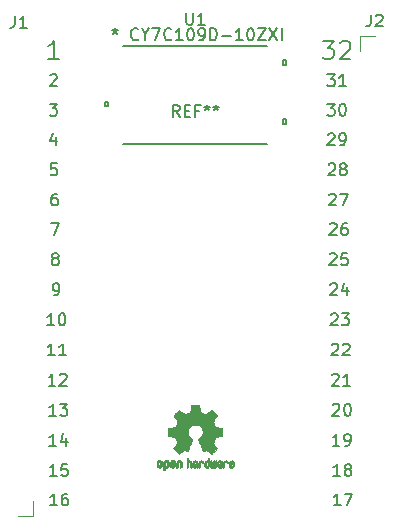
<source format=gbr>
G04 #@! TF.GenerationSoftware,KiCad,Pcbnew,(5.1.5)-3*
G04 #@! TF.CreationDate,2020-02-24T20:26:35-05:00*
G04 #@! TF.ProjectId,SRAM CY7C109D-10XI,5352414d-2043-4593-9743-313039442d31,rev?*
G04 #@! TF.SameCoordinates,Original*
G04 #@! TF.FileFunction,Legend,Top*
G04 #@! TF.FilePolarity,Positive*
%FSLAX46Y46*%
G04 Gerber Fmt 4.6, Leading zero omitted, Abs format (unit mm)*
G04 Created by KiCad (PCBNEW (5.1.5)-3) date 2020-02-24 20:26:35*
%MOMM*%
%LPD*%
G04 APERTURE LIST*
%ADD10C,0.150000*%
%ADD11C,0.010000*%
%ADD12C,0.120000*%
%ADD13C,0.152400*%
G04 APERTURE END LIST*
D10*
X121488095Y-128597619D02*
X121535714Y-128550000D01*
X121630952Y-128502380D01*
X121869047Y-128502380D01*
X121964285Y-128550000D01*
X122011904Y-128597619D01*
X122059523Y-128692857D01*
X122059523Y-128788095D01*
X122011904Y-128930952D01*
X121440476Y-129502380D01*
X122059523Y-129502380D01*
X122392857Y-128502380D02*
X123011904Y-128502380D01*
X122678571Y-128883333D01*
X122821428Y-128883333D01*
X122916666Y-128930952D01*
X122964285Y-128978571D01*
X123011904Y-129073809D01*
X123011904Y-129311904D01*
X122964285Y-129407142D01*
X122916666Y-129454761D01*
X122821428Y-129502380D01*
X122535714Y-129502380D01*
X122440476Y-129454761D01*
X122392857Y-129407142D01*
X121190476Y-108252380D02*
X121809523Y-108252380D01*
X121476190Y-108633333D01*
X121619047Y-108633333D01*
X121714285Y-108680952D01*
X121761904Y-108728571D01*
X121809523Y-108823809D01*
X121809523Y-109061904D01*
X121761904Y-109157142D01*
X121714285Y-109204761D01*
X121619047Y-109252380D01*
X121333333Y-109252380D01*
X121238095Y-109204761D01*
X121190476Y-109157142D01*
X122761904Y-109252380D02*
X122190476Y-109252380D01*
X122476190Y-109252380D02*
X122476190Y-108252380D01*
X122380952Y-108395238D01*
X122285714Y-108490476D01*
X122190476Y-108538095D01*
X121238095Y-113347619D02*
X121285714Y-113300000D01*
X121380952Y-113252380D01*
X121619047Y-113252380D01*
X121714285Y-113300000D01*
X121761904Y-113347619D01*
X121809523Y-113442857D01*
X121809523Y-113538095D01*
X121761904Y-113680952D01*
X121190476Y-114252380D01*
X121809523Y-114252380D01*
X122285714Y-114252380D02*
X122476190Y-114252380D01*
X122571428Y-114204761D01*
X122619047Y-114157142D01*
X122714285Y-114014285D01*
X122761904Y-113823809D01*
X122761904Y-113442857D01*
X122714285Y-113347619D01*
X122666666Y-113300000D01*
X122571428Y-113252380D01*
X122380952Y-113252380D01*
X122285714Y-113300000D01*
X122238095Y-113347619D01*
X122190476Y-113442857D01*
X122190476Y-113680952D01*
X122238095Y-113776190D01*
X122285714Y-113823809D01*
X122380952Y-113871428D01*
X122571428Y-113871428D01*
X122666666Y-113823809D01*
X122714285Y-113776190D01*
X122761904Y-113680952D01*
X121538095Y-131147619D02*
X121585714Y-131100000D01*
X121680952Y-131052380D01*
X121919047Y-131052380D01*
X122014285Y-131100000D01*
X122061904Y-131147619D01*
X122109523Y-131242857D01*
X122109523Y-131338095D01*
X122061904Y-131480952D01*
X121490476Y-132052380D01*
X122109523Y-132052380D01*
X122490476Y-131147619D02*
X122538095Y-131100000D01*
X122633333Y-131052380D01*
X122871428Y-131052380D01*
X122966666Y-131100000D01*
X123014285Y-131147619D01*
X123061904Y-131242857D01*
X123061904Y-131338095D01*
X123014285Y-131480952D01*
X122442857Y-132052380D01*
X123061904Y-132052380D01*
X121438095Y-126047619D02*
X121485714Y-126000000D01*
X121580952Y-125952380D01*
X121819047Y-125952380D01*
X121914285Y-126000000D01*
X121961904Y-126047619D01*
X122009523Y-126142857D01*
X122009523Y-126238095D01*
X121961904Y-126380952D01*
X121390476Y-126952380D01*
X122009523Y-126952380D01*
X122866666Y-126285714D02*
X122866666Y-126952380D01*
X122628571Y-125904761D02*
X122390476Y-126619047D01*
X123009523Y-126619047D01*
X122309523Y-144752380D02*
X121738095Y-144752380D01*
X122023809Y-144752380D02*
X122023809Y-143752380D01*
X121928571Y-143895238D01*
X121833333Y-143990476D01*
X121738095Y-144038095D01*
X122642857Y-143752380D02*
X123309523Y-143752380D01*
X122880952Y-144752380D01*
X121190476Y-110752380D02*
X121809523Y-110752380D01*
X121476190Y-111133333D01*
X121619047Y-111133333D01*
X121714285Y-111180952D01*
X121761904Y-111228571D01*
X121809523Y-111323809D01*
X121809523Y-111561904D01*
X121761904Y-111657142D01*
X121714285Y-111704761D01*
X121619047Y-111752380D01*
X121333333Y-111752380D01*
X121238095Y-111704761D01*
X121190476Y-111657142D01*
X122428571Y-110752380D02*
X122523809Y-110752380D01*
X122619047Y-110800000D01*
X122666666Y-110847619D01*
X122714285Y-110942857D01*
X122761904Y-111133333D01*
X122761904Y-111371428D01*
X122714285Y-111561904D01*
X122666666Y-111657142D01*
X122619047Y-111704761D01*
X122523809Y-111752380D01*
X122428571Y-111752380D01*
X122333333Y-111704761D01*
X122285714Y-111657142D01*
X122238095Y-111561904D01*
X122190476Y-111371428D01*
X122190476Y-111133333D01*
X122238095Y-110942857D01*
X122285714Y-110847619D01*
X122333333Y-110800000D01*
X122428571Y-110752380D01*
X121588095Y-133697619D02*
X121635714Y-133650000D01*
X121730952Y-133602380D01*
X121969047Y-133602380D01*
X122064285Y-133650000D01*
X122111904Y-133697619D01*
X122159523Y-133792857D01*
X122159523Y-133888095D01*
X122111904Y-134030952D01*
X121540476Y-134602380D01*
X122159523Y-134602380D01*
X123111904Y-134602380D02*
X122540476Y-134602380D01*
X122826190Y-134602380D02*
X122826190Y-133602380D01*
X122730952Y-133745238D01*
X122635714Y-133840476D01*
X122540476Y-133888095D01*
X120785714Y-105428571D02*
X121714285Y-105428571D01*
X121214285Y-106000000D01*
X121428571Y-106000000D01*
X121571428Y-106071428D01*
X121642857Y-106142857D01*
X121714285Y-106285714D01*
X121714285Y-106642857D01*
X121642857Y-106785714D01*
X121571428Y-106857142D01*
X121428571Y-106928571D01*
X121000000Y-106928571D01*
X120857142Y-106857142D01*
X120785714Y-106785714D01*
X122285714Y-105571428D02*
X122357142Y-105500000D01*
X122500000Y-105428571D01*
X122857142Y-105428571D01*
X123000000Y-105500000D01*
X123071428Y-105571428D01*
X123142857Y-105714285D01*
X123142857Y-105857142D01*
X123071428Y-106071428D01*
X122214285Y-106928571D01*
X123142857Y-106928571D01*
X121388095Y-123497619D02*
X121435714Y-123450000D01*
X121530952Y-123402380D01*
X121769047Y-123402380D01*
X121864285Y-123450000D01*
X121911904Y-123497619D01*
X121959523Y-123592857D01*
X121959523Y-123688095D01*
X121911904Y-123830952D01*
X121340476Y-124402380D01*
X121959523Y-124402380D01*
X122864285Y-123402380D02*
X122388095Y-123402380D01*
X122340476Y-123878571D01*
X122388095Y-123830952D01*
X122483333Y-123783333D01*
X122721428Y-123783333D01*
X122816666Y-123830952D01*
X122864285Y-123878571D01*
X122911904Y-123973809D01*
X122911904Y-124211904D01*
X122864285Y-124307142D01*
X122816666Y-124354761D01*
X122721428Y-124402380D01*
X122483333Y-124402380D01*
X122388095Y-124354761D01*
X122340476Y-124307142D01*
X122259523Y-142252380D02*
X121688095Y-142252380D01*
X121973809Y-142252380D02*
X121973809Y-141252380D01*
X121878571Y-141395238D01*
X121783333Y-141490476D01*
X121688095Y-141538095D01*
X122830952Y-141680952D02*
X122735714Y-141633333D01*
X122688095Y-141585714D01*
X122640476Y-141490476D01*
X122640476Y-141442857D01*
X122688095Y-141347619D01*
X122735714Y-141300000D01*
X122830952Y-141252380D01*
X123021428Y-141252380D01*
X123116666Y-141300000D01*
X123164285Y-141347619D01*
X123211904Y-141442857D01*
X123211904Y-141490476D01*
X123164285Y-141585714D01*
X123116666Y-141633333D01*
X123021428Y-141680952D01*
X122830952Y-141680952D01*
X122735714Y-141728571D01*
X122688095Y-141776190D01*
X122640476Y-141871428D01*
X122640476Y-142061904D01*
X122688095Y-142157142D01*
X122735714Y-142204761D01*
X122830952Y-142252380D01*
X123021428Y-142252380D01*
X123116666Y-142204761D01*
X123164285Y-142157142D01*
X123211904Y-142061904D01*
X123211904Y-141871428D01*
X123164285Y-141776190D01*
X123116666Y-141728571D01*
X123021428Y-141680952D01*
X121338095Y-118447619D02*
X121385714Y-118400000D01*
X121480952Y-118352380D01*
X121719047Y-118352380D01*
X121814285Y-118400000D01*
X121861904Y-118447619D01*
X121909523Y-118542857D01*
X121909523Y-118638095D01*
X121861904Y-118780952D01*
X121290476Y-119352380D01*
X121909523Y-119352380D01*
X122242857Y-118352380D02*
X122909523Y-118352380D01*
X122480952Y-119352380D01*
X121388095Y-120947619D02*
X121435714Y-120900000D01*
X121530952Y-120852380D01*
X121769047Y-120852380D01*
X121864285Y-120900000D01*
X121911904Y-120947619D01*
X121959523Y-121042857D01*
X121959523Y-121138095D01*
X121911904Y-121280952D01*
X121340476Y-121852380D01*
X121959523Y-121852380D01*
X122816666Y-120852380D02*
X122626190Y-120852380D01*
X122530952Y-120900000D01*
X122483333Y-120947619D01*
X122388095Y-121090476D01*
X122340476Y-121280952D01*
X122340476Y-121661904D01*
X122388095Y-121757142D01*
X122435714Y-121804761D01*
X122530952Y-121852380D01*
X122721428Y-121852380D01*
X122816666Y-121804761D01*
X122864285Y-121757142D01*
X122911904Y-121661904D01*
X122911904Y-121423809D01*
X122864285Y-121328571D01*
X122816666Y-121280952D01*
X122721428Y-121233333D01*
X122530952Y-121233333D01*
X122435714Y-121280952D01*
X122388095Y-121328571D01*
X122340476Y-121423809D01*
X121288095Y-115897619D02*
X121335714Y-115850000D01*
X121430952Y-115802380D01*
X121669047Y-115802380D01*
X121764285Y-115850000D01*
X121811904Y-115897619D01*
X121859523Y-115992857D01*
X121859523Y-116088095D01*
X121811904Y-116230952D01*
X121240476Y-116802380D01*
X121859523Y-116802380D01*
X122430952Y-116230952D02*
X122335714Y-116183333D01*
X122288095Y-116135714D01*
X122240476Y-116040476D01*
X122240476Y-115992857D01*
X122288095Y-115897619D01*
X122335714Y-115850000D01*
X122430952Y-115802380D01*
X122621428Y-115802380D01*
X122716666Y-115850000D01*
X122764285Y-115897619D01*
X122811904Y-115992857D01*
X122811904Y-116040476D01*
X122764285Y-116135714D01*
X122716666Y-116183333D01*
X122621428Y-116230952D01*
X122430952Y-116230952D01*
X122335714Y-116278571D01*
X122288095Y-116326190D01*
X122240476Y-116421428D01*
X122240476Y-116611904D01*
X122288095Y-116707142D01*
X122335714Y-116754761D01*
X122430952Y-116802380D01*
X122621428Y-116802380D01*
X122716666Y-116754761D01*
X122764285Y-116707142D01*
X122811904Y-116611904D01*
X122811904Y-116421428D01*
X122764285Y-116326190D01*
X122716666Y-116278571D01*
X122621428Y-116230952D01*
X121638095Y-136247619D02*
X121685714Y-136200000D01*
X121780952Y-136152380D01*
X122019047Y-136152380D01*
X122114285Y-136200000D01*
X122161904Y-136247619D01*
X122209523Y-136342857D01*
X122209523Y-136438095D01*
X122161904Y-136580952D01*
X121590476Y-137152380D01*
X122209523Y-137152380D01*
X122828571Y-136152380D02*
X122923809Y-136152380D01*
X123019047Y-136200000D01*
X123066666Y-136247619D01*
X123114285Y-136342857D01*
X123161904Y-136533333D01*
X123161904Y-136771428D01*
X123114285Y-136961904D01*
X123066666Y-137057142D01*
X123019047Y-137104761D01*
X122923809Y-137152380D01*
X122828571Y-137152380D01*
X122733333Y-137104761D01*
X122685714Y-137057142D01*
X122638095Y-136961904D01*
X122590476Y-136771428D01*
X122590476Y-136533333D01*
X122638095Y-136342857D01*
X122685714Y-136247619D01*
X122733333Y-136200000D01*
X122828571Y-136152380D01*
X122209523Y-139702380D02*
X121638095Y-139702380D01*
X121923809Y-139702380D02*
X121923809Y-138702380D01*
X121828571Y-138845238D01*
X121733333Y-138940476D01*
X121638095Y-138988095D01*
X122685714Y-139702380D02*
X122876190Y-139702380D01*
X122971428Y-139654761D01*
X123019047Y-139607142D01*
X123114285Y-139464285D01*
X123161904Y-139273809D01*
X123161904Y-138892857D01*
X123114285Y-138797619D01*
X123066666Y-138750000D01*
X122971428Y-138702380D01*
X122780952Y-138702380D01*
X122685714Y-138750000D01*
X122638095Y-138797619D01*
X122590476Y-138892857D01*
X122590476Y-139130952D01*
X122638095Y-139226190D01*
X122685714Y-139273809D01*
X122780952Y-139321428D01*
X122971428Y-139321428D01*
X123066666Y-139273809D01*
X123114285Y-139226190D01*
X123161904Y-139130952D01*
X98309523Y-144752380D02*
X97738095Y-144752380D01*
X98023809Y-144752380D02*
X98023809Y-143752380D01*
X97928571Y-143895238D01*
X97833333Y-143990476D01*
X97738095Y-144038095D01*
X99166666Y-143752380D02*
X98976190Y-143752380D01*
X98880952Y-143800000D01*
X98833333Y-143847619D01*
X98738095Y-143990476D01*
X98690476Y-144180952D01*
X98690476Y-144561904D01*
X98738095Y-144657142D01*
X98785714Y-144704761D01*
X98880952Y-144752380D01*
X99071428Y-144752380D01*
X99166666Y-144704761D01*
X99214285Y-144657142D01*
X99261904Y-144561904D01*
X99261904Y-144323809D01*
X99214285Y-144228571D01*
X99166666Y-144180952D01*
X99071428Y-144133333D01*
X98880952Y-144133333D01*
X98785714Y-144180952D01*
X98738095Y-144228571D01*
X98690476Y-144323809D01*
X98259523Y-142252380D02*
X97688095Y-142252380D01*
X97973809Y-142252380D02*
X97973809Y-141252380D01*
X97878571Y-141395238D01*
X97783333Y-141490476D01*
X97688095Y-141538095D01*
X99164285Y-141252380D02*
X98688095Y-141252380D01*
X98640476Y-141728571D01*
X98688095Y-141680952D01*
X98783333Y-141633333D01*
X99021428Y-141633333D01*
X99116666Y-141680952D01*
X99164285Y-141728571D01*
X99211904Y-141823809D01*
X99211904Y-142061904D01*
X99164285Y-142157142D01*
X99116666Y-142204761D01*
X99021428Y-142252380D01*
X98783333Y-142252380D01*
X98688095Y-142204761D01*
X98640476Y-142157142D01*
X98209523Y-139702380D02*
X97638095Y-139702380D01*
X97923809Y-139702380D02*
X97923809Y-138702380D01*
X97828571Y-138845238D01*
X97733333Y-138940476D01*
X97638095Y-138988095D01*
X99066666Y-139035714D02*
X99066666Y-139702380D01*
X98828571Y-138654761D02*
X98590476Y-139369047D01*
X99209523Y-139369047D01*
X98209523Y-137152380D02*
X97638095Y-137152380D01*
X97923809Y-137152380D02*
X97923809Y-136152380D01*
X97828571Y-136295238D01*
X97733333Y-136390476D01*
X97638095Y-136438095D01*
X98542857Y-136152380D02*
X99161904Y-136152380D01*
X98828571Y-136533333D01*
X98971428Y-136533333D01*
X99066666Y-136580952D01*
X99114285Y-136628571D01*
X99161904Y-136723809D01*
X99161904Y-136961904D01*
X99114285Y-137057142D01*
X99066666Y-137104761D01*
X98971428Y-137152380D01*
X98685714Y-137152380D01*
X98590476Y-137104761D01*
X98542857Y-137057142D01*
X98159523Y-134602380D02*
X97588095Y-134602380D01*
X97873809Y-134602380D02*
X97873809Y-133602380D01*
X97778571Y-133745238D01*
X97683333Y-133840476D01*
X97588095Y-133888095D01*
X98540476Y-133697619D02*
X98588095Y-133650000D01*
X98683333Y-133602380D01*
X98921428Y-133602380D01*
X99016666Y-133650000D01*
X99064285Y-133697619D01*
X99111904Y-133792857D01*
X99111904Y-133888095D01*
X99064285Y-134030952D01*
X98492857Y-134602380D01*
X99111904Y-134602380D01*
X98109523Y-132052380D02*
X97538095Y-132052380D01*
X97823809Y-132052380D02*
X97823809Y-131052380D01*
X97728571Y-131195238D01*
X97633333Y-131290476D01*
X97538095Y-131338095D01*
X99061904Y-132052380D02*
X98490476Y-132052380D01*
X98776190Y-132052380D02*
X98776190Y-131052380D01*
X98680952Y-131195238D01*
X98585714Y-131290476D01*
X98490476Y-131338095D01*
X98059523Y-129502380D02*
X97488095Y-129502380D01*
X97773809Y-129502380D02*
X97773809Y-128502380D01*
X97678571Y-128645238D01*
X97583333Y-128740476D01*
X97488095Y-128788095D01*
X98678571Y-128502380D02*
X98773809Y-128502380D01*
X98869047Y-128550000D01*
X98916666Y-128597619D01*
X98964285Y-128692857D01*
X99011904Y-128883333D01*
X99011904Y-129121428D01*
X98964285Y-129311904D01*
X98916666Y-129407142D01*
X98869047Y-129454761D01*
X98773809Y-129502380D01*
X98678571Y-129502380D01*
X98583333Y-129454761D01*
X98535714Y-129407142D01*
X98488095Y-129311904D01*
X98440476Y-129121428D01*
X98440476Y-128883333D01*
X98488095Y-128692857D01*
X98535714Y-128597619D01*
X98583333Y-128550000D01*
X98678571Y-128502380D01*
X98009523Y-126952380D02*
X98200000Y-126952380D01*
X98295238Y-126904761D01*
X98342857Y-126857142D01*
X98438095Y-126714285D01*
X98485714Y-126523809D01*
X98485714Y-126142857D01*
X98438095Y-126047619D01*
X98390476Y-126000000D01*
X98295238Y-125952380D01*
X98104761Y-125952380D01*
X98009523Y-126000000D01*
X97961904Y-126047619D01*
X97914285Y-126142857D01*
X97914285Y-126380952D01*
X97961904Y-126476190D01*
X98009523Y-126523809D01*
X98104761Y-126571428D01*
X98295238Y-126571428D01*
X98390476Y-126523809D01*
X98438095Y-126476190D01*
X98485714Y-126380952D01*
X98054761Y-123830952D02*
X97959523Y-123783333D01*
X97911904Y-123735714D01*
X97864285Y-123640476D01*
X97864285Y-123592857D01*
X97911904Y-123497619D01*
X97959523Y-123450000D01*
X98054761Y-123402380D01*
X98245238Y-123402380D01*
X98340476Y-123450000D01*
X98388095Y-123497619D01*
X98435714Y-123592857D01*
X98435714Y-123640476D01*
X98388095Y-123735714D01*
X98340476Y-123783333D01*
X98245238Y-123830952D01*
X98054761Y-123830952D01*
X97959523Y-123878571D01*
X97911904Y-123926190D01*
X97864285Y-124021428D01*
X97864285Y-124211904D01*
X97911904Y-124307142D01*
X97959523Y-124354761D01*
X98054761Y-124402380D01*
X98245238Y-124402380D01*
X98340476Y-124354761D01*
X98388095Y-124307142D01*
X98435714Y-124211904D01*
X98435714Y-124021428D01*
X98388095Y-123926190D01*
X98340476Y-123878571D01*
X98245238Y-123830952D01*
X97816666Y-120852380D02*
X98483333Y-120852380D01*
X98054761Y-121852380D01*
X98290476Y-118352380D02*
X98100000Y-118352380D01*
X98004761Y-118400000D01*
X97957142Y-118447619D01*
X97861904Y-118590476D01*
X97814285Y-118780952D01*
X97814285Y-119161904D01*
X97861904Y-119257142D01*
X97909523Y-119304761D01*
X98004761Y-119352380D01*
X98195238Y-119352380D01*
X98290476Y-119304761D01*
X98338095Y-119257142D01*
X98385714Y-119161904D01*
X98385714Y-118923809D01*
X98338095Y-118828571D01*
X98290476Y-118780952D01*
X98195238Y-118733333D01*
X98004761Y-118733333D01*
X97909523Y-118780952D01*
X97861904Y-118828571D01*
X97814285Y-118923809D01*
X98288095Y-115802380D02*
X97811904Y-115802380D01*
X97764285Y-116278571D01*
X97811904Y-116230952D01*
X97907142Y-116183333D01*
X98145238Y-116183333D01*
X98240476Y-116230952D01*
X98288095Y-116278571D01*
X98335714Y-116373809D01*
X98335714Y-116611904D01*
X98288095Y-116707142D01*
X98240476Y-116754761D01*
X98145238Y-116802380D01*
X97907142Y-116802380D01*
X97811904Y-116754761D01*
X97764285Y-116707142D01*
X98190476Y-113585714D02*
X98190476Y-114252380D01*
X97952380Y-113204761D02*
X97714285Y-113919047D01*
X98333333Y-113919047D01*
X97666666Y-110752380D02*
X98285714Y-110752380D01*
X97952380Y-111133333D01*
X98095238Y-111133333D01*
X98190476Y-111180952D01*
X98238095Y-111228571D01*
X98285714Y-111323809D01*
X98285714Y-111561904D01*
X98238095Y-111657142D01*
X98190476Y-111704761D01*
X98095238Y-111752380D01*
X97809523Y-111752380D01*
X97714285Y-111704761D01*
X97666666Y-111657142D01*
X97714285Y-108347619D02*
X97761904Y-108300000D01*
X97857142Y-108252380D01*
X98095238Y-108252380D01*
X98190476Y-108300000D01*
X98238095Y-108347619D01*
X98285714Y-108442857D01*
X98285714Y-108538095D01*
X98238095Y-108680952D01*
X97666666Y-109252380D01*
X98285714Y-109252380D01*
X98428571Y-106928571D02*
X97571428Y-106928571D01*
X98000000Y-106928571D02*
X98000000Y-105428571D01*
X97857142Y-105642857D01*
X97714285Y-105785714D01*
X97571428Y-105857142D01*
D11*
G36*
X110103910Y-136242348D02*
G01*
X110182454Y-136242778D01*
X110239298Y-136243942D01*
X110278105Y-136246207D01*
X110302538Y-136249940D01*
X110316262Y-136255506D01*
X110322940Y-136263273D01*
X110326236Y-136273605D01*
X110326556Y-136274943D01*
X110331562Y-136299079D01*
X110340829Y-136346701D01*
X110353392Y-136412741D01*
X110368287Y-136492128D01*
X110384551Y-136579796D01*
X110385119Y-136582875D01*
X110401410Y-136668789D01*
X110416652Y-136744696D01*
X110429861Y-136806045D01*
X110440054Y-136848282D01*
X110446248Y-136866855D01*
X110446543Y-136867184D01*
X110464788Y-136876253D01*
X110502405Y-136891367D01*
X110551271Y-136909262D01*
X110551543Y-136909358D01*
X110613093Y-136932493D01*
X110685657Y-136961965D01*
X110754057Y-136991597D01*
X110757294Y-136993062D01*
X110868702Y-137043626D01*
X111115399Y-136875160D01*
X111191077Y-136823803D01*
X111259631Y-136777889D01*
X111317088Y-136740030D01*
X111359476Y-136712837D01*
X111382825Y-136698921D01*
X111385042Y-136697889D01*
X111402010Y-136702484D01*
X111433701Y-136724655D01*
X111481352Y-136765447D01*
X111546198Y-136825905D01*
X111612397Y-136890227D01*
X111676214Y-136953612D01*
X111733329Y-137011451D01*
X111780305Y-137060175D01*
X111813703Y-137096210D01*
X111830085Y-137115984D01*
X111830694Y-137117002D01*
X111832505Y-137130572D01*
X111825683Y-137152733D01*
X111808540Y-137186478D01*
X111779393Y-137234800D01*
X111736555Y-137300692D01*
X111679448Y-137385517D01*
X111628766Y-137460177D01*
X111583461Y-137527140D01*
X111546150Y-137582516D01*
X111519452Y-137622420D01*
X111505985Y-137642962D01*
X111505137Y-137644356D01*
X111506781Y-137664038D01*
X111519245Y-137702293D01*
X111540048Y-137751889D01*
X111547462Y-137767728D01*
X111579814Y-137838290D01*
X111614328Y-137918353D01*
X111642365Y-137987629D01*
X111662568Y-138039045D01*
X111678615Y-138078119D01*
X111687888Y-138098541D01*
X111689041Y-138100114D01*
X111706096Y-138102721D01*
X111746298Y-138109863D01*
X111804302Y-138120523D01*
X111874763Y-138133685D01*
X111952335Y-138148333D01*
X112031672Y-138163449D01*
X112107431Y-138178018D01*
X112174264Y-138191022D01*
X112226828Y-138201445D01*
X112259776Y-138208270D01*
X112267857Y-138210199D01*
X112276205Y-138214962D01*
X112282506Y-138225718D01*
X112287045Y-138246098D01*
X112290104Y-138279734D01*
X112291967Y-138330255D01*
X112292918Y-138401292D01*
X112293240Y-138496476D01*
X112293257Y-138535492D01*
X112293257Y-138852799D01*
X112217057Y-138867839D01*
X112174663Y-138875995D01*
X112111400Y-138887899D01*
X112034962Y-138902116D01*
X111953043Y-138917210D01*
X111930400Y-138921355D01*
X111854806Y-138936053D01*
X111788953Y-138950505D01*
X111738366Y-138963375D01*
X111708574Y-138973322D01*
X111703612Y-138976287D01*
X111691426Y-138997283D01*
X111673953Y-139037967D01*
X111654577Y-139090322D01*
X111650734Y-139101600D01*
X111625339Y-139171523D01*
X111593817Y-139250418D01*
X111562969Y-139321266D01*
X111562817Y-139321595D01*
X111511447Y-139432733D01*
X111680399Y-139681253D01*
X111849352Y-139929772D01*
X111632429Y-140147058D01*
X111566819Y-140211726D01*
X111506979Y-140268733D01*
X111456267Y-140315033D01*
X111418046Y-140347584D01*
X111395675Y-140363343D01*
X111392466Y-140364343D01*
X111373626Y-140356469D01*
X111335180Y-140334578D01*
X111281330Y-140301267D01*
X111216276Y-140259131D01*
X111145940Y-140211943D01*
X111074555Y-140163810D01*
X111010908Y-140121928D01*
X110959041Y-140088871D01*
X110922995Y-140067218D01*
X110906867Y-140059543D01*
X110887189Y-140066037D01*
X110849875Y-140083150D01*
X110802621Y-140107326D01*
X110797612Y-140110013D01*
X110733977Y-140141927D01*
X110690341Y-140157579D01*
X110663202Y-140157745D01*
X110649057Y-140143204D01*
X110648975Y-140143000D01*
X110641905Y-140125779D01*
X110625042Y-140084899D01*
X110599695Y-140023525D01*
X110567171Y-139944819D01*
X110528778Y-139851947D01*
X110485822Y-139748072D01*
X110444222Y-139647502D01*
X110398504Y-139536516D01*
X110356526Y-139433703D01*
X110319548Y-139342215D01*
X110288827Y-139265201D01*
X110265622Y-139205815D01*
X110251190Y-139167209D01*
X110246743Y-139152800D01*
X110257896Y-139136272D01*
X110287069Y-139109930D01*
X110325971Y-139080887D01*
X110436757Y-138989039D01*
X110523351Y-138883759D01*
X110584716Y-138767266D01*
X110619815Y-138641776D01*
X110627608Y-138509507D01*
X110621943Y-138448457D01*
X110591078Y-138321795D01*
X110537920Y-138209941D01*
X110465767Y-138114001D01*
X110377917Y-138035076D01*
X110277665Y-137974270D01*
X110168310Y-137932687D01*
X110053147Y-137911428D01*
X109935475Y-137911599D01*
X109818590Y-137934301D01*
X109705789Y-137980638D01*
X109600369Y-138051713D01*
X109556368Y-138091911D01*
X109471979Y-138195129D01*
X109413222Y-138307925D01*
X109379704Y-138427010D01*
X109371035Y-138549095D01*
X109386823Y-138670893D01*
X109426678Y-138789116D01*
X109490207Y-138900475D01*
X109577021Y-139001684D01*
X109674029Y-139080887D01*
X109714437Y-139111162D01*
X109742982Y-139137219D01*
X109753257Y-139152825D01*
X109747877Y-139169843D01*
X109732575Y-139210500D01*
X109708612Y-139271642D01*
X109677244Y-139350119D01*
X109639732Y-139442780D01*
X109597333Y-139546472D01*
X109555663Y-139647526D01*
X109509690Y-139758607D01*
X109467107Y-139861541D01*
X109429221Y-139953165D01*
X109397340Y-140030316D01*
X109372771Y-140089831D01*
X109356820Y-140128544D01*
X109350910Y-140143000D01*
X109336948Y-140157685D01*
X109309940Y-140157642D01*
X109266413Y-140142099D01*
X109202890Y-140110284D01*
X109202388Y-140110013D01*
X109154560Y-140085323D01*
X109115897Y-140067338D01*
X109094095Y-140059614D01*
X109093133Y-140059543D01*
X109076721Y-140067378D01*
X109040487Y-140089165D01*
X108988474Y-140122328D01*
X108924725Y-140164291D01*
X108854060Y-140211943D01*
X108782116Y-140260191D01*
X108717274Y-140302151D01*
X108663735Y-140335227D01*
X108625697Y-140356821D01*
X108607533Y-140364343D01*
X108590808Y-140354457D01*
X108557180Y-140326826D01*
X108510010Y-140284495D01*
X108452658Y-140230505D01*
X108388484Y-140167899D01*
X108367497Y-140146983D01*
X108150499Y-139929623D01*
X108315668Y-139687220D01*
X108365864Y-139612781D01*
X108409919Y-139545972D01*
X108445362Y-139490665D01*
X108469719Y-139450729D01*
X108480522Y-139430036D01*
X108480838Y-139428563D01*
X108475143Y-139409058D01*
X108459826Y-139369822D01*
X108437537Y-139317430D01*
X108421893Y-139282355D01*
X108392641Y-139215201D01*
X108365094Y-139147358D01*
X108343737Y-139090034D01*
X108337935Y-139072572D01*
X108321452Y-139025938D01*
X108305340Y-138989905D01*
X108296490Y-138976287D01*
X108276960Y-138967952D01*
X108234334Y-138956137D01*
X108174145Y-138942181D01*
X108101922Y-138927422D01*
X108069600Y-138921355D01*
X107987522Y-138906273D01*
X107908795Y-138891669D01*
X107841109Y-138878980D01*
X107792160Y-138869642D01*
X107782943Y-138867839D01*
X107706743Y-138852799D01*
X107706743Y-138535492D01*
X107706914Y-138431154D01*
X107707616Y-138352213D01*
X107709134Y-138295038D01*
X107711749Y-138255999D01*
X107715746Y-138231465D01*
X107721409Y-138217805D01*
X107729020Y-138211389D01*
X107732143Y-138210199D01*
X107750978Y-138205980D01*
X107792588Y-138197562D01*
X107851630Y-138185961D01*
X107922757Y-138172195D01*
X108000625Y-138157280D01*
X108079887Y-138142232D01*
X108155198Y-138128069D01*
X108221213Y-138115806D01*
X108272587Y-138106461D01*
X108303975Y-138101050D01*
X108310959Y-138100114D01*
X108317285Y-138087596D01*
X108331290Y-138054246D01*
X108350355Y-138006377D01*
X108357634Y-137987629D01*
X108386996Y-137915195D01*
X108421571Y-137835170D01*
X108452537Y-137767728D01*
X108475323Y-137716159D01*
X108490482Y-137673785D01*
X108495542Y-137647834D01*
X108494736Y-137644356D01*
X108484041Y-137627936D01*
X108459620Y-137591417D01*
X108424095Y-137538687D01*
X108380087Y-137473635D01*
X108330217Y-137400151D01*
X108320356Y-137385645D01*
X108262492Y-137299704D01*
X108219956Y-137234261D01*
X108191054Y-137186304D01*
X108174090Y-137152820D01*
X108167367Y-137130795D01*
X108169190Y-137117217D01*
X108169236Y-137117131D01*
X108183586Y-137099297D01*
X108215323Y-137064817D01*
X108261010Y-137017268D01*
X108317204Y-136960222D01*
X108380468Y-136897255D01*
X108387602Y-136890227D01*
X108467330Y-136813020D01*
X108528857Y-136756330D01*
X108573421Y-136719110D01*
X108602257Y-136700315D01*
X108614958Y-136697889D01*
X108633494Y-136708471D01*
X108671961Y-136732916D01*
X108726386Y-136768612D01*
X108792798Y-136812947D01*
X108867225Y-136863311D01*
X108884601Y-136875160D01*
X109131297Y-137043626D01*
X109242706Y-136993062D01*
X109310457Y-136963595D01*
X109383183Y-136933959D01*
X109445703Y-136910330D01*
X109448457Y-136909358D01*
X109497360Y-136891457D01*
X109535057Y-136876320D01*
X109553425Y-136867210D01*
X109553456Y-136867184D01*
X109559285Y-136850717D01*
X109569192Y-136810219D01*
X109582195Y-136750242D01*
X109597309Y-136675340D01*
X109613552Y-136590064D01*
X109614881Y-136582875D01*
X109631175Y-136495014D01*
X109646133Y-136415260D01*
X109658791Y-136348681D01*
X109668186Y-136300347D01*
X109673354Y-136275325D01*
X109673444Y-136274943D01*
X109676589Y-136264299D01*
X109682704Y-136256262D01*
X109695453Y-136250467D01*
X109718500Y-136246547D01*
X109755509Y-136244135D01*
X109810144Y-136242865D01*
X109886067Y-136242371D01*
X109986944Y-136242286D01*
X110000000Y-136242286D01*
X110103910Y-136242348D01*
G37*
X110103910Y-136242348D02*
X110182454Y-136242778D01*
X110239298Y-136243942D01*
X110278105Y-136246207D01*
X110302538Y-136249940D01*
X110316262Y-136255506D01*
X110322940Y-136263273D01*
X110326236Y-136273605D01*
X110326556Y-136274943D01*
X110331562Y-136299079D01*
X110340829Y-136346701D01*
X110353392Y-136412741D01*
X110368287Y-136492128D01*
X110384551Y-136579796D01*
X110385119Y-136582875D01*
X110401410Y-136668789D01*
X110416652Y-136744696D01*
X110429861Y-136806045D01*
X110440054Y-136848282D01*
X110446248Y-136866855D01*
X110446543Y-136867184D01*
X110464788Y-136876253D01*
X110502405Y-136891367D01*
X110551271Y-136909262D01*
X110551543Y-136909358D01*
X110613093Y-136932493D01*
X110685657Y-136961965D01*
X110754057Y-136991597D01*
X110757294Y-136993062D01*
X110868702Y-137043626D01*
X111115399Y-136875160D01*
X111191077Y-136823803D01*
X111259631Y-136777889D01*
X111317088Y-136740030D01*
X111359476Y-136712837D01*
X111382825Y-136698921D01*
X111385042Y-136697889D01*
X111402010Y-136702484D01*
X111433701Y-136724655D01*
X111481352Y-136765447D01*
X111546198Y-136825905D01*
X111612397Y-136890227D01*
X111676214Y-136953612D01*
X111733329Y-137011451D01*
X111780305Y-137060175D01*
X111813703Y-137096210D01*
X111830085Y-137115984D01*
X111830694Y-137117002D01*
X111832505Y-137130572D01*
X111825683Y-137152733D01*
X111808540Y-137186478D01*
X111779393Y-137234800D01*
X111736555Y-137300692D01*
X111679448Y-137385517D01*
X111628766Y-137460177D01*
X111583461Y-137527140D01*
X111546150Y-137582516D01*
X111519452Y-137622420D01*
X111505985Y-137642962D01*
X111505137Y-137644356D01*
X111506781Y-137664038D01*
X111519245Y-137702293D01*
X111540048Y-137751889D01*
X111547462Y-137767728D01*
X111579814Y-137838290D01*
X111614328Y-137918353D01*
X111642365Y-137987629D01*
X111662568Y-138039045D01*
X111678615Y-138078119D01*
X111687888Y-138098541D01*
X111689041Y-138100114D01*
X111706096Y-138102721D01*
X111746298Y-138109863D01*
X111804302Y-138120523D01*
X111874763Y-138133685D01*
X111952335Y-138148333D01*
X112031672Y-138163449D01*
X112107431Y-138178018D01*
X112174264Y-138191022D01*
X112226828Y-138201445D01*
X112259776Y-138208270D01*
X112267857Y-138210199D01*
X112276205Y-138214962D01*
X112282506Y-138225718D01*
X112287045Y-138246098D01*
X112290104Y-138279734D01*
X112291967Y-138330255D01*
X112292918Y-138401292D01*
X112293240Y-138496476D01*
X112293257Y-138535492D01*
X112293257Y-138852799D01*
X112217057Y-138867839D01*
X112174663Y-138875995D01*
X112111400Y-138887899D01*
X112034962Y-138902116D01*
X111953043Y-138917210D01*
X111930400Y-138921355D01*
X111854806Y-138936053D01*
X111788953Y-138950505D01*
X111738366Y-138963375D01*
X111708574Y-138973322D01*
X111703612Y-138976287D01*
X111691426Y-138997283D01*
X111673953Y-139037967D01*
X111654577Y-139090322D01*
X111650734Y-139101600D01*
X111625339Y-139171523D01*
X111593817Y-139250418D01*
X111562969Y-139321266D01*
X111562817Y-139321595D01*
X111511447Y-139432733D01*
X111680399Y-139681253D01*
X111849352Y-139929772D01*
X111632429Y-140147058D01*
X111566819Y-140211726D01*
X111506979Y-140268733D01*
X111456267Y-140315033D01*
X111418046Y-140347584D01*
X111395675Y-140363343D01*
X111392466Y-140364343D01*
X111373626Y-140356469D01*
X111335180Y-140334578D01*
X111281330Y-140301267D01*
X111216276Y-140259131D01*
X111145940Y-140211943D01*
X111074555Y-140163810D01*
X111010908Y-140121928D01*
X110959041Y-140088871D01*
X110922995Y-140067218D01*
X110906867Y-140059543D01*
X110887189Y-140066037D01*
X110849875Y-140083150D01*
X110802621Y-140107326D01*
X110797612Y-140110013D01*
X110733977Y-140141927D01*
X110690341Y-140157579D01*
X110663202Y-140157745D01*
X110649057Y-140143204D01*
X110648975Y-140143000D01*
X110641905Y-140125779D01*
X110625042Y-140084899D01*
X110599695Y-140023525D01*
X110567171Y-139944819D01*
X110528778Y-139851947D01*
X110485822Y-139748072D01*
X110444222Y-139647502D01*
X110398504Y-139536516D01*
X110356526Y-139433703D01*
X110319548Y-139342215D01*
X110288827Y-139265201D01*
X110265622Y-139205815D01*
X110251190Y-139167209D01*
X110246743Y-139152800D01*
X110257896Y-139136272D01*
X110287069Y-139109930D01*
X110325971Y-139080887D01*
X110436757Y-138989039D01*
X110523351Y-138883759D01*
X110584716Y-138767266D01*
X110619815Y-138641776D01*
X110627608Y-138509507D01*
X110621943Y-138448457D01*
X110591078Y-138321795D01*
X110537920Y-138209941D01*
X110465767Y-138114001D01*
X110377917Y-138035076D01*
X110277665Y-137974270D01*
X110168310Y-137932687D01*
X110053147Y-137911428D01*
X109935475Y-137911599D01*
X109818590Y-137934301D01*
X109705789Y-137980638D01*
X109600369Y-138051713D01*
X109556368Y-138091911D01*
X109471979Y-138195129D01*
X109413222Y-138307925D01*
X109379704Y-138427010D01*
X109371035Y-138549095D01*
X109386823Y-138670893D01*
X109426678Y-138789116D01*
X109490207Y-138900475D01*
X109577021Y-139001684D01*
X109674029Y-139080887D01*
X109714437Y-139111162D01*
X109742982Y-139137219D01*
X109753257Y-139152825D01*
X109747877Y-139169843D01*
X109732575Y-139210500D01*
X109708612Y-139271642D01*
X109677244Y-139350119D01*
X109639732Y-139442780D01*
X109597333Y-139546472D01*
X109555663Y-139647526D01*
X109509690Y-139758607D01*
X109467107Y-139861541D01*
X109429221Y-139953165D01*
X109397340Y-140030316D01*
X109372771Y-140089831D01*
X109356820Y-140128544D01*
X109350910Y-140143000D01*
X109336948Y-140157685D01*
X109309940Y-140157642D01*
X109266413Y-140142099D01*
X109202890Y-140110284D01*
X109202388Y-140110013D01*
X109154560Y-140085323D01*
X109115897Y-140067338D01*
X109094095Y-140059614D01*
X109093133Y-140059543D01*
X109076721Y-140067378D01*
X109040487Y-140089165D01*
X108988474Y-140122328D01*
X108924725Y-140164291D01*
X108854060Y-140211943D01*
X108782116Y-140260191D01*
X108717274Y-140302151D01*
X108663735Y-140335227D01*
X108625697Y-140356821D01*
X108607533Y-140364343D01*
X108590808Y-140354457D01*
X108557180Y-140326826D01*
X108510010Y-140284495D01*
X108452658Y-140230505D01*
X108388484Y-140167899D01*
X108367497Y-140146983D01*
X108150499Y-139929623D01*
X108315668Y-139687220D01*
X108365864Y-139612781D01*
X108409919Y-139545972D01*
X108445362Y-139490665D01*
X108469719Y-139450729D01*
X108480522Y-139430036D01*
X108480838Y-139428563D01*
X108475143Y-139409058D01*
X108459826Y-139369822D01*
X108437537Y-139317430D01*
X108421893Y-139282355D01*
X108392641Y-139215201D01*
X108365094Y-139147358D01*
X108343737Y-139090034D01*
X108337935Y-139072572D01*
X108321452Y-139025938D01*
X108305340Y-138989905D01*
X108296490Y-138976287D01*
X108276960Y-138967952D01*
X108234334Y-138956137D01*
X108174145Y-138942181D01*
X108101922Y-138927422D01*
X108069600Y-138921355D01*
X107987522Y-138906273D01*
X107908795Y-138891669D01*
X107841109Y-138878980D01*
X107792160Y-138869642D01*
X107782943Y-138867839D01*
X107706743Y-138852799D01*
X107706743Y-138535492D01*
X107706914Y-138431154D01*
X107707616Y-138352213D01*
X107709134Y-138295038D01*
X107711749Y-138255999D01*
X107715746Y-138231465D01*
X107721409Y-138217805D01*
X107729020Y-138211389D01*
X107732143Y-138210199D01*
X107750978Y-138205980D01*
X107792588Y-138197562D01*
X107851630Y-138185961D01*
X107922757Y-138172195D01*
X108000625Y-138157280D01*
X108079887Y-138142232D01*
X108155198Y-138128069D01*
X108221213Y-138115806D01*
X108272587Y-138106461D01*
X108303975Y-138101050D01*
X108310959Y-138100114D01*
X108317285Y-138087596D01*
X108331290Y-138054246D01*
X108350355Y-138006377D01*
X108357634Y-137987629D01*
X108386996Y-137915195D01*
X108421571Y-137835170D01*
X108452537Y-137767728D01*
X108475323Y-137716159D01*
X108490482Y-137673785D01*
X108495542Y-137647834D01*
X108494736Y-137644356D01*
X108484041Y-137627936D01*
X108459620Y-137591417D01*
X108424095Y-137538687D01*
X108380087Y-137473635D01*
X108330217Y-137400151D01*
X108320356Y-137385645D01*
X108262492Y-137299704D01*
X108219956Y-137234261D01*
X108191054Y-137186304D01*
X108174090Y-137152820D01*
X108167367Y-137130795D01*
X108169190Y-137117217D01*
X108169236Y-137117131D01*
X108183586Y-137099297D01*
X108215323Y-137064817D01*
X108261010Y-137017268D01*
X108317204Y-136960222D01*
X108380468Y-136897255D01*
X108387602Y-136890227D01*
X108467330Y-136813020D01*
X108528857Y-136756330D01*
X108573421Y-136719110D01*
X108602257Y-136700315D01*
X108614958Y-136697889D01*
X108633494Y-136708471D01*
X108671961Y-136732916D01*
X108726386Y-136768612D01*
X108792798Y-136812947D01*
X108867225Y-136863311D01*
X108884601Y-136875160D01*
X109131297Y-137043626D01*
X109242706Y-136993062D01*
X109310457Y-136963595D01*
X109383183Y-136933959D01*
X109445703Y-136910330D01*
X109448457Y-136909358D01*
X109497360Y-136891457D01*
X109535057Y-136876320D01*
X109553425Y-136867210D01*
X109553456Y-136867184D01*
X109559285Y-136850717D01*
X109569192Y-136810219D01*
X109582195Y-136750242D01*
X109597309Y-136675340D01*
X109613552Y-136590064D01*
X109614881Y-136582875D01*
X109631175Y-136495014D01*
X109646133Y-136415260D01*
X109658791Y-136348681D01*
X109668186Y-136300347D01*
X109673354Y-136275325D01*
X109673444Y-136274943D01*
X109676589Y-136264299D01*
X109682704Y-136256262D01*
X109695453Y-136250467D01*
X109718500Y-136246547D01*
X109755509Y-136244135D01*
X109810144Y-136242865D01*
X109886067Y-136242371D01*
X109986944Y-136242286D01*
X110000000Y-136242286D01*
X110103910Y-136242348D01*
G36*
X113153595Y-140966966D02*
G01*
X113211021Y-141004497D01*
X113238719Y-141038096D01*
X113260662Y-141099064D01*
X113262405Y-141147308D01*
X113258457Y-141211816D01*
X113109686Y-141276934D01*
X113037349Y-141310202D01*
X112990084Y-141336964D01*
X112965507Y-141360144D01*
X112961237Y-141382667D01*
X112974889Y-141407455D01*
X112989943Y-141423886D01*
X113033746Y-141450235D01*
X113081389Y-141452081D01*
X113125145Y-141431546D01*
X113157289Y-141390752D01*
X113163038Y-141376347D01*
X113190576Y-141331356D01*
X113222258Y-141312182D01*
X113265714Y-141295779D01*
X113265714Y-141357966D01*
X113261872Y-141400283D01*
X113246823Y-141435969D01*
X113215280Y-141476943D01*
X113210592Y-141482267D01*
X113175506Y-141518720D01*
X113145347Y-141538283D01*
X113107615Y-141547283D01*
X113076335Y-141550230D01*
X113020385Y-141550965D01*
X112980555Y-141541660D01*
X112955708Y-141527846D01*
X112916656Y-141497467D01*
X112889625Y-141464613D01*
X112872517Y-141423294D01*
X112863238Y-141367521D01*
X112859693Y-141291305D01*
X112859410Y-141252622D01*
X112860372Y-141206247D01*
X112948007Y-141206247D01*
X112949023Y-141231126D01*
X112951556Y-141235200D01*
X112968274Y-141229665D01*
X113004249Y-141215017D01*
X113052331Y-141194190D01*
X113062386Y-141189714D01*
X113123152Y-141158814D01*
X113156632Y-141131657D01*
X113163990Y-141106220D01*
X113146391Y-141080481D01*
X113131856Y-141069109D01*
X113079410Y-141046364D01*
X113030322Y-141050122D01*
X112989227Y-141077884D01*
X112960758Y-141127152D01*
X112951631Y-141166257D01*
X112948007Y-141206247D01*
X112860372Y-141206247D01*
X112861285Y-141162249D01*
X112868196Y-141095384D01*
X112881884Y-141046695D01*
X112904096Y-141010849D01*
X112936574Y-140982513D01*
X112950733Y-140973355D01*
X113015053Y-140949507D01*
X113085473Y-140948006D01*
X113153595Y-140966966D01*
G37*
X113153595Y-140966966D02*
X113211021Y-141004497D01*
X113238719Y-141038096D01*
X113260662Y-141099064D01*
X113262405Y-141147308D01*
X113258457Y-141211816D01*
X113109686Y-141276934D01*
X113037349Y-141310202D01*
X112990084Y-141336964D01*
X112965507Y-141360144D01*
X112961237Y-141382667D01*
X112974889Y-141407455D01*
X112989943Y-141423886D01*
X113033746Y-141450235D01*
X113081389Y-141452081D01*
X113125145Y-141431546D01*
X113157289Y-141390752D01*
X113163038Y-141376347D01*
X113190576Y-141331356D01*
X113222258Y-141312182D01*
X113265714Y-141295779D01*
X113265714Y-141357966D01*
X113261872Y-141400283D01*
X113246823Y-141435969D01*
X113215280Y-141476943D01*
X113210592Y-141482267D01*
X113175506Y-141518720D01*
X113145347Y-141538283D01*
X113107615Y-141547283D01*
X113076335Y-141550230D01*
X113020385Y-141550965D01*
X112980555Y-141541660D01*
X112955708Y-141527846D01*
X112916656Y-141497467D01*
X112889625Y-141464613D01*
X112872517Y-141423294D01*
X112863238Y-141367521D01*
X112859693Y-141291305D01*
X112859410Y-141252622D01*
X112860372Y-141206247D01*
X112948007Y-141206247D01*
X112949023Y-141231126D01*
X112951556Y-141235200D01*
X112968274Y-141229665D01*
X113004249Y-141215017D01*
X113052331Y-141194190D01*
X113062386Y-141189714D01*
X113123152Y-141158814D01*
X113156632Y-141131657D01*
X113163990Y-141106220D01*
X113146391Y-141080481D01*
X113131856Y-141069109D01*
X113079410Y-141046364D01*
X113030322Y-141050122D01*
X112989227Y-141077884D01*
X112960758Y-141127152D01*
X112951631Y-141166257D01*
X112948007Y-141206247D01*
X112860372Y-141206247D01*
X112861285Y-141162249D01*
X112868196Y-141095384D01*
X112881884Y-141046695D01*
X112904096Y-141010849D01*
X112936574Y-140982513D01*
X112950733Y-140973355D01*
X113015053Y-140949507D01*
X113085473Y-140948006D01*
X113153595Y-140966966D01*
G36*
X112652600Y-140958752D02*
G01*
X112669948Y-140966334D01*
X112711356Y-140999128D01*
X112746765Y-141046547D01*
X112768664Y-141097151D01*
X112772229Y-141122098D01*
X112760279Y-141156927D01*
X112734067Y-141175357D01*
X112705964Y-141186516D01*
X112693095Y-141188572D01*
X112686829Y-141173649D01*
X112674456Y-141141175D01*
X112669028Y-141126502D01*
X112638590Y-141075744D01*
X112594520Y-141050427D01*
X112538010Y-141051206D01*
X112533825Y-141052203D01*
X112503655Y-141066507D01*
X112481476Y-141094393D01*
X112466327Y-141139287D01*
X112457250Y-141204615D01*
X112453286Y-141293804D01*
X112452914Y-141341261D01*
X112452730Y-141416071D01*
X112451522Y-141467069D01*
X112448309Y-141499471D01*
X112442109Y-141518495D01*
X112431940Y-141529356D01*
X112416819Y-141537272D01*
X112415946Y-141537670D01*
X112386828Y-141549981D01*
X112372403Y-141554514D01*
X112370186Y-141540809D01*
X112368289Y-141502925D01*
X112366847Y-141445715D01*
X112365998Y-141374027D01*
X112365829Y-141321565D01*
X112366692Y-141220047D01*
X112370070Y-141143032D01*
X112377142Y-141086023D01*
X112389088Y-141044526D01*
X112407090Y-141014043D01*
X112432327Y-140990080D01*
X112457247Y-140973355D01*
X112517171Y-140951097D01*
X112586911Y-140946076D01*
X112652600Y-140958752D01*
G37*
X112652600Y-140958752D02*
X112669948Y-140966334D01*
X112711356Y-140999128D01*
X112746765Y-141046547D01*
X112768664Y-141097151D01*
X112772229Y-141122098D01*
X112760279Y-141156927D01*
X112734067Y-141175357D01*
X112705964Y-141186516D01*
X112693095Y-141188572D01*
X112686829Y-141173649D01*
X112674456Y-141141175D01*
X112669028Y-141126502D01*
X112638590Y-141075744D01*
X112594520Y-141050427D01*
X112538010Y-141051206D01*
X112533825Y-141052203D01*
X112503655Y-141066507D01*
X112481476Y-141094393D01*
X112466327Y-141139287D01*
X112457250Y-141204615D01*
X112453286Y-141293804D01*
X112452914Y-141341261D01*
X112452730Y-141416071D01*
X112451522Y-141467069D01*
X112448309Y-141499471D01*
X112442109Y-141518495D01*
X112431940Y-141529356D01*
X112416819Y-141537272D01*
X112415946Y-141537670D01*
X112386828Y-141549981D01*
X112372403Y-141554514D01*
X112370186Y-141540809D01*
X112368289Y-141502925D01*
X112366847Y-141445715D01*
X112365998Y-141374027D01*
X112365829Y-141321565D01*
X112366692Y-141220047D01*
X112370070Y-141143032D01*
X112377142Y-141086023D01*
X112389088Y-141044526D01*
X112407090Y-141014043D01*
X112432327Y-140990080D01*
X112457247Y-140973355D01*
X112517171Y-140951097D01*
X112586911Y-140946076D01*
X112652600Y-140958752D01*
G36*
X112144876Y-140956335D02*
G01*
X112186667Y-140975344D01*
X112219469Y-140998378D01*
X112243503Y-141024133D01*
X112260097Y-141057358D01*
X112270577Y-141102800D01*
X112276271Y-141165207D01*
X112278507Y-141249327D01*
X112278743Y-141304721D01*
X112278743Y-141520826D01*
X112241774Y-141537670D01*
X112212656Y-141549981D01*
X112198231Y-141554514D01*
X112195472Y-141541025D01*
X112193282Y-141504653D01*
X112191942Y-141451542D01*
X112191657Y-141409372D01*
X112190434Y-141348447D01*
X112187136Y-141300115D01*
X112182321Y-141270518D01*
X112178496Y-141264229D01*
X112152783Y-141270652D01*
X112112418Y-141287125D01*
X112065679Y-141309458D01*
X112020845Y-141333457D01*
X111986193Y-141354930D01*
X111970002Y-141369685D01*
X111969938Y-141369845D01*
X111971330Y-141397152D01*
X111983818Y-141423219D01*
X112005743Y-141444392D01*
X112037743Y-141451474D01*
X112065092Y-141450649D01*
X112103826Y-141450042D01*
X112124158Y-141459116D01*
X112136369Y-141483092D01*
X112137909Y-141487613D01*
X112143203Y-141521806D01*
X112129047Y-141542568D01*
X112092148Y-141552462D01*
X112052289Y-141554292D01*
X111980562Y-141540727D01*
X111943432Y-141521355D01*
X111897576Y-141475845D01*
X111873256Y-141419983D01*
X111871073Y-141360957D01*
X111891629Y-141305953D01*
X111922549Y-141271486D01*
X111953420Y-141252189D01*
X112001942Y-141227759D01*
X112058485Y-141202985D01*
X112067910Y-141199199D01*
X112130019Y-141171791D01*
X112165822Y-141147634D01*
X112177337Y-141123619D01*
X112166580Y-141096635D01*
X112148114Y-141075543D01*
X112104469Y-141049572D01*
X112056446Y-141047624D01*
X112012406Y-141067637D01*
X111980709Y-141107551D01*
X111976549Y-141117848D01*
X111952327Y-141155724D01*
X111916965Y-141183842D01*
X111872343Y-141206917D01*
X111872343Y-141141485D01*
X111874969Y-141101506D01*
X111886230Y-141069997D01*
X111911199Y-141036378D01*
X111935169Y-141010484D01*
X111972441Y-140973817D01*
X112001401Y-140954121D01*
X112032505Y-140946220D01*
X112067713Y-140944914D01*
X112144876Y-140956335D01*
G37*
X112144876Y-140956335D02*
X112186667Y-140975344D01*
X112219469Y-140998378D01*
X112243503Y-141024133D01*
X112260097Y-141057358D01*
X112270577Y-141102800D01*
X112276271Y-141165207D01*
X112278507Y-141249327D01*
X112278743Y-141304721D01*
X112278743Y-141520826D01*
X112241774Y-141537670D01*
X112212656Y-141549981D01*
X112198231Y-141554514D01*
X112195472Y-141541025D01*
X112193282Y-141504653D01*
X112191942Y-141451542D01*
X112191657Y-141409372D01*
X112190434Y-141348447D01*
X112187136Y-141300115D01*
X112182321Y-141270518D01*
X112178496Y-141264229D01*
X112152783Y-141270652D01*
X112112418Y-141287125D01*
X112065679Y-141309458D01*
X112020845Y-141333457D01*
X111986193Y-141354930D01*
X111970002Y-141369685D01*
X111969938Y-141369845D01*
X111971330Y-141397152D01*
X111983818Y-141423219D01*
X112005743Y-141444392D01*
X112037743Y-141451474D01*
X112065092Y-141450649D01*
X112103826Y-141450042D01*
X112124158Y-141459116D01*
X112136369Y-141483092D01*
X112137909Y-141487613D01*
X112143203Y-141521806D01*
X112129047Y-141542568D01*
X112092148Y-141552462D01*
X112052289Y-141554292D01*
X111980562Y-141540727D01*
X111943432Y-141521355D01*
X111897576Y-141475845D01*
X111873256Y-141419983D01*
X111871073Y-141360957D01*
X111891629Y-141305953D01*
X111922549Y-141271486D01*
X111953420Y-141252189D01*
X112001942Y-141227759D01*
X112058485Y-141202985D01*
X112067910Y-141199199D01*
X112130019Y-141171791D01*
X112165822Y-141147634D01*
X112177337Y-141123619D01*
X112166580Y-141096635D01*
X112148114Y-141075543D01*
X112104469Y-141049572D01*
X112056446Y-141047624D01*
X112012406Y-141067637D01*
X111980709Y-141107551D01*
X111976549Y-141117848D01*
X111952327Y-141155724D01*
X111916965Y-141183842D01*
X111872343Y-141206917D01*
X111872343Y-141141485D01*
X111874969Y-141101506D01*
X111886230Y-141069997D01*
X111911199Y-141036378D01*
X111935169Y-141010484D01*
X111972441Y-140973817D01*
X112001401Y-140954121D01*
X112032505Y-140946220D01*
X112067713Y-140944914D01*
X112144876Y-140956335D01*
G36*
X111779833Y-140958663D02*
G01*
X111782048Y-140996850D01*
X111783784Y-141054886D01*
X111784899Y-141128180D01*
X111785257Y-141205055D01*
X111785257Y-141465196D01*
X111739326Y-141511127D01*
X111707675Y-141539429D01*
X111679890Y-141550893D01*
X111641915Y-141550168D01*
X111626840Y-141548321D01*
X111579726Y-141542948D01*
X111540756Y-141539869D01*
X111531257Y-141539585D01*
X111499233Y-141541445D01*
X111453432Y-141546114D01*
X111435674Y-141548321D01*
X111392057Y-141551735D01*
X111362745Y-141544320D01*
X111333680Y-141521427D01*
X111323188Y-141511127D01*
X111277257Y-141465196D01*
X111277257Y-140978602D01*
X111314226Y-140961758D01*
X111346059Y-140949282D01*
X111364683Y-140944914D01*
X111369458Y-140958718D01*
X111373921Y-140997286D01*
X111377775Y-141056356D01*
X111380722Y-141131663D01*
X111382143Y-141195286D01*
X111386114Y-141445657D01*
X111420759Y-141450556D01*
X111452268Y-141447131D01*
X111467708Y-141436041D01*
X111472023Y-141415308D01*
X111475708Y-141371145D01*
X111478469Y-141309146D01*
X111480012Y-141234909D01*
X111480235Y-141196706D01*
X111480457Y-140976783D01*
X111526166Y-140960849D01*
X111558518Y-140950015D01*
X111576115Y-140944962D01*
X111576623Y-140944914D01*
X111578388Y-140958648D01*
X111580329Y-140996730D01*
X111582282Y-141054482D01*
X111584084Y-141127227D01*
X111585343Y-141195286D01*
X111589314Y-141445657D01*
X111676400Y-141445657D01*
X111680396Y-141217240D01*
X111684392Y-140988822D01*
X111726847Y-140966868D01*
X111758192Y-140951793D01*
X111776744Y-140944951D01*
X111777279Y-140944914D01*
X111779833Y-140958663D01*
G37*
X111779833Y-140958663D02*
X111782048Y-140996850D01*
X111783784Y-141054886D01*
X111784899Y-141128180D01*
X111785257Y-141205055D01*
X111785257Y-141465196D01*
X111739326Y-141511127D01*
X111707675Y-141539429D01*
X111679890Y-141550893D01*
X111641915Y-141550168D01*
X111626840Y-141548321D01*
X111579726Y-141542948D01*
X111540756Y-141539869D01*
X111531257Y-141539585D01*
X111499233Y-141541445D01*
X111453432Y-141546114D01*
X111435674Y-141548321D01*
X111392057Y-141551735D01*
X111362745Y-141544320D01*
X111333680Y-141521427D01*
X111323188Y-141511127D01*
X111277257Y-141465196D01*
X111277257Y-140978602D01*
X111314226Y-140961758D01*
X111346059Y-140949282D01*
X111364683Y-140944914D01*
X111369458Y-140958718D01*
X111373921Y-140997286D01*
X111377775Y-141056356D01*
X111380722Y-141131663D01*
X111382143Y-141195286D01*
X111386114Y-141445657D01*
X111420759Y-141450556D01*
X111452268Y-141447131D01*
X111467708Y-141436041D01*
X111472023Y-141415308D01*
X111475708Y-141371145D01*
X111478469Y-141309146D01*
X111480012Y-141234909D01*
X111480235Y-141196706D01*
X111480457Y-140976783D01*
X111526166Y-140960849D01*
X111558518Y-140950015D01*
X111576115Y-140944962D01*
X111576623Y-140944914D01*
X111578388Y-140958648D01*
X111580329Y-140996730D01*
X111582282Y-141054482D01*
X111584084Y-141127227D01*
X111585343Y-141195286D01*
X111589314Y-141445657D01*
X111676400Y-141445657D01*
X111680396Y-141217240D01*
X111684392Y-140988822D01*
X111726847Y-140966868D01*
X111758192Y-140951793D01*
X111776744Y-140944951D01*
X111777279Y-140944914D01*
X111779833Y-140958663D01*
G36*
X111190117Y-141065358D02*
G01*
X111189933Y-141173837D01*
X111189219Y-141257287D01*
X111187675Y-141319704D01*
X111185001Y-141365085D01*
X111180894Y-141397429D01*
X111175055Y-141420733D01*
X111167182Y-141438995D01*
X111161221Y-141449418D01*
X111111855Y-141505945D01*
X111049264Y-141541377D01*
X110980013Y-141554090D01*
X110910668Y-141542463D01*
X110869375Y-141521568D01*
X110826025Y-141485422D01*
X110796481Y-141441276D01*
X110778655Y-141383462D01*
X110770463Y-141306313D01*
X110769302Y-141249714D01*
X110769458Y-141245647D01*
X110870857Y-141245647D01*
X110871476Y-141310550D01*
X110874314Y-141353514D01*
X110880840Y-141381622D01*
X110892523Y-141401953D01*
X110906483Y-141417288D01*
X110953365Y-141446890D01*
X111003701Y-141449419D01*
X111051276Y-141424705D01*
X111054979Y-141421356D01*
X111070783Y-141403935D01*
X111080693Y-141383209D01*
X111086058Y-141352362D01*
X111088228Y-141304577D01*
X111088571Y-141251748D01*
X111087827Y-141185381D01*
X111084748Y-141141106D01*
X111078061Y-141112009D01*
X111066496Y-141091173D01*
X111057013Y-141080107D01*
X111012960Y-141052198D01*
X110962224Y-141048843D01*
X110913796Y-141070159D01*
X110904450Y-141078073D01*
X110888540Y-141095647D01*
X110878610Y-141116587D01*
X110873278Y-141147782D01*
X110871163Y-141196122D01*
X110870857Y-141245647D01*
X110769458Y-141245647D01*
X110772810Y-141158568D01*
X110784726Y-141090086D01*
X110807135Y-141038600D01*
X110842124Y-140998443D01*
X110869375Y-140977861D01*
X110918907Y-140955625D01*
X110976316Y-140945304D01*
X111029682Y-140948067D01*
X111059543Y-140959212D01*
X111071261Y-140962383D01*
X111079037Y-140950557D01*
X111084465Y-140918866D01*
X111088571Y-140870593D01*
X111093067Y-140816829D01*
X111099313Y-140784482D01*
X111110676Y-140765985D01*
X111130528Y-140753770D01*
X111143000Y-140748362D01*
X111190171Y-140728601D01*
X111190117Y-141065358D01*
G37*
X111190117Y-141065358D02*
X111189933Y-141173837D01*
X111189219Y-141257287D01*
X111187675Y-141319704D01*
X111185001Y-141365085D01*
X111180894Y-141397429D01*
X111175055Y-141420733D01*
X111167182Y-141438995D01*
X111161221Y-141449418D01*
X111111855Y-141505945D01*
X111049264Y-141541377D01*
X110980013Y-141554090D01*
X110910668Y-141542463D01*
X110869375Y-141521568D01*
X110826025Y-141485422D01*
X110796481Y-141441276D01*
X110778655Y-141383462D01*
X110770463Y-141306313D01*
X110769302Y-141249714D01*
X110769458Y-141245647D01*
X110870857Y-141245647D01*
X110871476Y-141310550D01*
X110874314Y-141353514D01*
X110880840Y-141381622D01*
X110892523Y-141401953D01*
X110906483Y-141417288D01*
X110953365Y-141446890D01*
X111003701Y-141449419D01*
X111051276Y-141424705D01*
X111054979Y-141421356D01*
X111070783Y-141403935D01*
X111080693Y-141383209D01*
X111086058Y-141352362D01*
X111088228Y-141304577D01*
X111088571Y-141251748D01*
X111087827Y-141185381D01*
X111084748Y-141141106D01*
X111078061Y-141112009D01*
X111066496Y-141091173D01*
X111057013Y-141080107D01*
X111012960Y-141052198D01*
X110962224Y-141048843D01*
X110913796Y-141070159D01*
X110904450Y-141078073D01*
X110888540Y-141095647D01*
X110878610Y-141116587D01*
X110873278Y-141147782D01*
X110871163Y-141196122D01*
X110870857Y-141245647D01*
X110769458Y-141245647D01*
X110772810Y-141158568D01*
X110784726Y-141090086D01*
X110807135Y-141038600D01*
X110842124Y-140998443D01*
X110869375Y-140977861D01*
X110918907Y-140955625D01*
X110976316Y-140945304D01*
X111029682Y-140948067D01*
X111059543Y-140959212D01*
X111071261Y-140962383D01*
X111079037Y-140950557D01*
X111084465Y-140918866D01*
X111088571Y-140870593D01*
X111093067Y-140816829D01*
X111099313Y-140784482D01*
X111110676Y-140765985D01*
X111130528Y-140753770D01*
X111143000Y-140748362D01*
X111190171Y-140728601D01*
X111190117Y-141065358D01*
G36*
X110529926Y-140949755D02*
G01*
X110595858Y-140974084D01*
X110649273Y-141017117D01*
X110670164Y-141047409D01*
X110692939Y-141102994D01*
X110692466Y-141143186D01*
X110668562Y-141170217D01*
X110659717Y-141174813D01*
X110621530Y-141189144D01*
X110602028Y-141185472D01*
X110595422Y-141161407D01*
X110595086Y-141148114D01*
X110582992Y-141099210D01*
X110551471Y-141064999D01*
X110507659Y-141048476D01*
X110458695Y-141052634D01*
X110418894Y-141074227D01*
X110405450Y-141086544D01*
X110395921Y-141101487D01*
X110389485Y-141124075D01*
X110385317Y-141159328D01*
X110382597Y-141212266D01*
X110380502Y-141287907D01*
X110379960Y-141311857D01*
X110377981Y-141393790D01*
X110375731Y-141451455D01*
X110372357Y-141489608D01*
X110367006Y-141513004D01*
X110358824Y-141526398D01*
X110346959Y-141534545D01*
X110339362Y-141538144D01*
X110307102Y-141550452D01*
X110288111Y-141554514D01*
X110281836Y-141540948D01*
X110278006Y-141499934D01*
X110276600Y-141430999D01*
X110277598Y-141333669D01*
X110277908Y-141318657D01*
X110280101Y-141229859D01*
X110282693Y-141165019D01*
X110286382Y-141119067D01*
X110291864Y-141086935D01*
X110299835Y-141063553D01*
X110310993Y-141043852D01*
X110316830Y-141035410D01*
X110350296Y-140998057D01*
X110387727Y-140969003D01*
X110392309Y-140966467D01*
X110459426Y-140946443D01*
X110529926Y-140949755D01*
G37*
X110529926Y-140949755D02*
X110595858Y-140974084D01*
X110649273Y-141017117D01*
X110670164Y-141047409D01*
X110692939Y-141102994D01*
X110692466Y-141143186D01*
X110668562Y-141170217D01*
X110659717Y-141174813D01*
X110621530Y-141189144D01*
X110602028Y-141185472D01*
X110595422Y-141161407D01*
X110595086Y-141148114D01*
X110582992Y-141099210D01*
X110551471Y-141064999D01*
X110507659Y-141048476D01*
X110458695Y-141052634D01*
X110418894Y-141074227D01*
X110405450Y-141086544D01*
X110395921Y-141101487D01*
X110389485Y-141124075D01*
X110385317Y-141159328D01*
X110382597Y-141212266D01*
X110380502Y-141287907D01*
X110379960Y-141311857D01*
X110377981Y-141393790D01*
X110375731Y-141451455D01*
X110372357Y-141489608D01*
X110367006Y-141513004D01*
X110358824Y-141526398D01*
X110346959Y-141534545D01*
X110339362Y-141538144D01*
X110307102Y-141550452D01*
X110288111Y-141554514D01*
X110281836Y-141540948D01*
X110278006Y-141499934D01*
X110276600Y-141430999D01*
X110277598Y-141333669D01*
X110277908Y-141318657D01*
X110280101Y-141229859D01*
X110282693Y-141165019D01*
X110286382Y-141119067D01*
X110291864Y-141086935D01*
X110299835Y-141063553D01*
X110310993Y-141043852D01*
X110316830Y-141035410D01*
X110350296Y-140998057D01*
X110387727Y-140969003D01*
X110392309Y-140966467D01*
X110459426Y-140946443D01*
X110529926Y-140949755D01*
G36*
X110039744Y-140950968D02*
G01*
X110096616Y-140972087D01*
X110097267Y-140972493D01*
X110132440Y-140998380D01*
X110158407Y-141028633D01*
X110176670Y-141068058D01*
X110188732Y-141121462D01*
X110196096Y-141193651D01*
X110200264Y-141289432D01*
X110200629Y-141303078D01*
X110205876Y-141508842D01*
X110161716Y-141531678D01*
X110129763Y-141547110D01*
X110110470Y-141554423D01*
X110109578Y-141554514D01*
X110106239Y-141541022D01*
X110103587Y-141504626D01*
X110101956Y-141451452D01*
X110101600Y-141408393D01*
X110101592Y-141338641D01*
X110098403Y-141294837D01*
X110087288Y-141273944D01*
X110063501Y-141272925D01*
X110022296Y-141288741D01*
X109960086Y-141317815D01*
X109914341Y-141341963D01*
X109890813Y-141362913D01*
X109883896Y-141385747D01*
X109883886Y-141386877D01*
X109895299Y-141426212D01*
X109929092Y-141447462D01*
X109980809Y-141450539D01*
X110018061Y-141450006D01*
X110037703Y-141460735D01*
X110049952Y-141486505D01*
X110057002Y-141519337D01*
X110046842Y-141537966D01*
X110043017Y-141540632D01*
X110007001Y-141551340D01*
X109956566Y-141552856D01*
X109904626Y-141545759D01*
X109867822Y-141532788D01*
X109816938Y-141489585D01*
X109788014Y-141429446D01*
X109782286Y-141382462D01*
X109786657Y-141340082D01*
X109802475Y-141305488D01*
X109833797Y-141274763D01*
X109884678Y-141243990D01*
X109959176Y-141209252D01*
X109963714Y-141207288D01*
X110030821Y-141176287D01*
X110072232Y-141150862D01*
X110089981Y-141128014D01*
X110086107Y-141104745D01*
X110062643Y-141078056D01*
X110055627Y-141071914D01*
X110008630Y-141048100D01*
X109959933Y-141049103D01*
X109917522Y-141072451D01*
X109889384Y-141115675D01*
X109886769Y-141124160D01*
X109861308Y-141165308D01*
X109829001Y-141185128D01*
X109782286Y-141204770D01*
X109782286Y-141153950D01*
X109796496Y-141080082D01*
X109838675Y-141012327D01*
X109860624Y-140989661D01*
X109910517Y-140960569D01*
X109973967Y-140947400D01*
X110039744Y-140950968D01*
G37*
X110039744Y-140950968D02*
X110096616Y-140972087D01*
X110097267Y-140972493D01*
X110132440Y-140998380D01*
X110158407Y-141028633D01*
X110176670Y-141068058D01*
X110188732Y-141121462D01*
X110196096Y-141193651D01*
X110200264Y-141289432D01*
X110200629Y-141303078D01*
X110205876Y-141508842D01*
X110161716Y-141531678D01*
X110129763Y-141547110D01*
X110110470Y-141554423D01*
X110109578Y-141554514D01*
X110106239Y-141541022D01*
X110103587Y-141504626D01*
X110101956Y-141451452D01*
X110101600Y-141408393D01*
X110101592Y-141338641D01*
X110098403Y-141294837D01*
X110087288Y-141273944D01*
X110063501Y-141272925D01*
X110022296Y-141288741D01*
X109960086Y-141317815D01*
X109914341Y-141341963D01*
X109890813Y-141362913D01*
X109883896Y-141385747D01*
X109883886Y-141386877D01*
X109895299Y-141426212D01*
X109929092Y-141447462D01*
X109980809Y-141450539D01*
X110018061Y-141450006D01*
X110037703Y-141460735D01*
X110049952Y-141486505D01*
X110057002Y-141519337D01*
X110046842Y-141537966D01*
X110043017Y-141540632D01*
X110007001Y-141551340D01*
X109956566Y-141552856D01*
X109904626Y-141545759D01*
X109867822Y-141532788D01*
X109816938Y-141489585D01*
X109788014Y-141429446D01*
X109782286Y-141382462D01*
X109786657Y-141340082D01*
X109802475Y-141305488D01*
X109833797Y-141274763D01*
X109884678Y-141243990D01*
X109959176Y-141209252D01*
X109963714Y-141207288D01*
X110030821Y-141176287D01*
X110072232Y-141150862D01*
X110089981Y-141128014D01*
X110086107Y-141104745D01*
X110062643Y-141078056D01*
X110055627Y-141071914D01*
X110008630Y-141048100D01*
X109959933Y-141049103D01*
X109917522Y-141072451D01*
X109889384Y-141115675D01*
X109886769Y-141124160D01*
X109861308Y-141165308D01*
X109829001Y-141185128D01*
X109782286Y-141204770D01*
X109782286Y-141153950D01*
X109796496Y-141080082D01*
X109838675Y-141012327D01*
X109860624Y-140989661D01*
X109910517Y-140960569D01*
X109973967Y-140947400D01*
X110039744Y-140950968D01*
G36*
X109375886Y-140851289D02*
G01*
X109380139Y-140910613D01*
X109385025Y-140945572D01*
X109391795Y-140960820D01*
X109401702Y-140961015D01*
X109404914Y-140959195D01*
X109447644Y-140946015D01*
X109503227Y-140946785D01*
X109559737Y-140960333D01*
X109595082Y-140977861D01*
X109631321Y-141005861D01*
X109657813Y-141037549D01*
X109675999Y-141077813D01*
X109687322Y-141131543D01*
X109693222Y-141203626D01*
X109695143Y-141298951D01*
X109695177Y-141317237D01*
X109695200Y-141522646D01*
X109649491Y-141538580D01*
X109617027Y-141549420D01*
X109599215Y-141554468D01*
X109598691Y-141554514D01*
X109596937Y-141540828D01*
X109595444Y-141503076D01*
X109594326Y-141446224D01*
X109593697Y-141375234D01*
X109593600Y-141332073D01*
X109593398Y-141246973D01*
X109592358Y-141185981D01*
X109589831Y-141144177D01*
X109585164Y-141116642D01*
X109577707Y-141098456D01*
X109566811Y-141084698D01*
X109560007Y-141078073D01*
X109513272Y-141051375D01*
X109462272Y-141049375D01*
X109416001Y-141071955D01*
X109407444Y-141080107D01*
X109394893Y-141095436D01*
X109386188Y-141113618D01*
X109380631Y-141139909D01*
X109377526Y-141179562D01*
X109376176Y-141237832D01*
X109375886Y-141318173D01*
X109375886Y-141522646D01*
X109330177Y-141538580D01*
X109297713Y-141549420D01*
X109279901Y-141554468D01*
X109279377Y-141554514D01*
X109278037Y-141540623D01*
X109276828Y-141501439D01*
X109275801Y-141440700D01*
X109275002Y-141362141D01*
X109274481Y-141269498D01*
X109274286Y-141166509D01*
X109274286Y-140769342D01*
X109321457Y-140749444D01*
X109368629Y-140729547D01*
X109375886Y-140851289D01*
G37*
X109375886Y-140851289D02*
X109380139Y-140910613D01*
X109385025Y-140945572D01*
X109391795Y-140960820D01*
X109401702Y-140961015D01*
X109404914Y-140959195D01*
X109447644Y-140946015D01*
X109503227Y-140946785D01*
X109559737Y-140960333D01*
X109595082Y-140977861D01*
X109631321Y-141005861D01*
X109657813Y-141037549D01*
X109675999Y-141077813D01*
X109687322Y-141131543D01*
X109693222Y-141203626D01*
X109695143Y-141298951D01*
X109695177Y-141317237D01*
X109695200Y-141522646D01*
X109649491Y-141538580D01*
X109617027Y-141549420D01*
X109599215Y-141554468D01*
X109598691Y-141554514D01*
X109596937Y-141540828D01*
X109595444Y-141503076D01*
X109594326Y-141446224D01*
X109593697Y-141375234D01*
X109593600Y-141332073D01*
X109593398Y-141246973D01*
X109592358Y-141185981D01*
X109589831Y-141144177D01*
X109585164Y-141116642D01*
X109577707Y-141098456D01*
X109566811Y-141084698D01*
X109560007Y-141078073D01*
X109513272Y-141051375D01*
X109462272Y-141049375D01*
X109416001Y-141071955D01*
X109407444Y-141080107D01*
X109394893Y-141095436D01*
X109386188Y-141113618D01*
X109380631Y-141139909D01*
X109377526Y-141179562D01*
X109376176Y-141237832D01*
X109375886Y-141318173D01*
X109375886Y-141522646D01*
X109330177Y-141538580D01*
X109297713Y-141549420D01*
X109279901Y-141554468D01*
X109279377Y-141554514D01*
X109278037Y-141540623D01*
X109276828Y-141501439D01*
X109275801Y-141440700D01*
X109275002Y-141362141D01*
X109274481Y-141269498D01*
X109274286Y-141166509D01*
X109274286Y-140769342D01*
X109321457Y-140749444D01*
X109368629Y-140729547D01*
X109375886Y-140851289D01*
G36*
X108168303Y-140931239D02*
G01*
X108225527Y-140969735D01*
X108269749Y-141025335D01*
X108296167Y-141096086D01*
X108301510Y-141148162D01*
X108300903Y-141169893D01*
X108295822Y-141186531D01*
X108281855Y-141201437D01*
X108254589Y-141217973D01*
X108209612Y-141239498D01*
X108142511Y-141269374D01*
X108142171Y-141269524D01*
X108080407Y-141297813D01*
X108029759Y-141322933D01*
X107995404Y-141342179D01*
X107982518Y-141352848D01*
X107982514Y-141352934D01*
X107993872Y-141376166D01*
X108020431Y-141401774D01*
X108050923Y-141420221D01*
X108066370Y-141423886D01*
X108108515Y-141411212D01*
X108144808Y-141379471D01*
X108162517Y-141344572D01*
X108179552Y-141318845D01*
X108212922Y-141289546D01*
X108252149Y-141264235D01*
X108286756Y-141250471D01*
X108293993Y-141249714D01*
X108302139Y-141262160D01*
X108302630Y-141293972D01*
X108296643Y-141336866D01*
X108285357Y-141382558D01*
X108269950Y-141422761D01*
X108269171Y-141424322D01*
X108222804Y-141489062D01*
X108162711Y-141533097D01*
X108094465Y-141554711D01*
X108023638Y-141552185D01*
X107955804Y-141523804D01*
X107952788Y-141521808D01*
X107899427Y-141473448D01*
X107864340Y-141410352D01*
X107844922Y-141327387D01*
X107842316Y-141304078D01*
X107837701Y-141194055D01*
X107843233Y-141142748D01*
X107982514Y-141142748D01*
X107984324Y-141174753D01*
X107994222Y-141184093D01*
X108018898Y-141177105D01*
X108057795Y-141160587D01*
X108101275Y-141139881D01*
X108102356Y-141139333D01*
X108139209Y-141119949D01*
X108154000Y-141107013D01*
X108150353Y-141093451D01*
X108134995Y-141075632D01*
X108095923Y-141049845D01*
X108053846Y-141047950D01*
X108016103Y-141066717D01*
X107990034Y-141102915D01*
X107982514Y-141142748D01*
X107843233Y-141142748D01*
X107847194Y-141106027D01*
X107871550Y-141036212D01*
X107905456Y-140987302D01*
X107966653Y-140937878D01*
X108034063Y-140913359D01*
X108102880Y-140911797D01*
X108168303Y-140931239D01*
G37*
X108168303Y-140931239D02*
X108225527Y-140969735D01*
X108269749Y-141025335D01*
X108296167Y-141096086D01*
X108301510Y-141148162D01*
X108300903Y-141169893D01*
X108295822Y-141186531D01*
X108281855Y-141201437D01*
X108254589Y-141217973D01*
X108209612Y-141239498D01*
X108142511Y-141269374D01*
X108142171Y-141269524D01*
X108080407Y-141297813D01*
X108029759Y-141322933D01*
X107995404Y-141342179D01*
X107982518Y-141352848D01*
X107982514Y-141352934D01*
X107993872Y-141376166D01*
X108020431Y-141401774D01*
X108050923Y-141420221D01*
X108066370Y-141423886D01*
X108108515Y-141411212D01*
X108144808Y-141379471D01*
X108162517Y-141344572D01*
X108179552Y-141318845D01*
X108212922Y-141289546D01*
X108252149Y-141264235D01*
X108286756Y-141250471D01*
X108293993Y-141249714D01*
X108302139Y-141262160D01*
X108302630Y-141293972D01*
X108296643Y-141336866D01*
X108285357Y-141382558D01*
X108269950Y-141422761D01*
X108269171Y-141424322D01*
X108222804Y-141489062D01*
X108162711Y-141533097D01*
X108094465Y-141554711D01*
X108023638Y-141552185D01*
X107955804Y-141523804D01*
X107952788Y-141521808D01*
X107899427Y-141473448D01*
X107864340Y-141410352D01*
X107844922Y-141327387D01*
X107842316Y-141304078D01*
X107837701Y-141194055D01*
X107843233Y-141142748D01*
X107982514Y-141142748D01*
X107984324Y-141174753D01*
X107994222Y-141184093D01*
X108018898Y-141177105D01*
X108057795Y-141160587D01*
X108101275Y-141139881D01*
X108102356Y-141139333D01*
X108139209Y-141119949D01*
X108154000Y-141107013D01*
X108150353Y-141093451D01*
X108134995Y-141075632D01*
X108095923Y-141049845D01*
X108053846Y-141047950D01*
X108016103Y-141066717D01*
X107990034Y-141102915D01*
X107982514Y-141142748D01*
X107843233Y-141142748D01*
X107847194Y-141106027D01*
X107871550Y-141036212D01*
X107905456Y-140987302D01*
X107966653Y-140937878D01*
X108034063Y-140913359D01*
X108102880Y-140911797D01*
X108168303Y-140931239D01*
G36*
X107041115Y-140921962D02*
G01*
X107109145Y-140957733D01*
X107159351Y-141015301D01*
X107177185Y-141052312D01*
X107191063Y-141107882D01*
X107198167Y-141178096D01*
X107198840Y-141254727D01*
X107193427Y-141329552D01*
X107182270Y-141394342D01*
X107165714Y-141440873D01*
X107160626Y-141448887D01*
X107100355Y-141508707D01*
X107028769Y-141544535D01*
X106951092Y-141555020D01*
X106872548Y-141538810D01*
X106850689Y-141529092D01*
X106808122Y-141499143D01*
X106770763Y-141459433D01*
X106767232Y-141454397D01*
X106752881Y-141430124D01*
X106743394Y-141404178D01*
X106737790Y-141370022D01*
X106735086Y-141321119D01*
X106734299Y-141250935D01*
X106734286Y-141235200D01*
X106734322Y-141230192D01*
X106879429Y-141230192D01*
X106880273Y-141296430D01*
X106883596Y-141340386D01*
X106890583Y-141368779D01*
X106902416Y-141388325D01*
X106908457Y-141394857D01*
X106943186Y-141419680D01*
X106976903Y-141418548D01*
X107010995Y-141397016D01*
X107031329Y-141374029D01*
X107043371Y-141340478D01*
X107050134Y-141287569D01*
X107050598Y-141281399D01*
X107051752Y-141185513D01*
X107039688Y-141114299D01*
X107014570Y-141068194D01*
X106976560Y-141047635D01*
X106962992Y-141046514D01*
X106927364Y-141052152D01*
X106902994Y-141071686D01*
X106888093Y-141109042D01*
X106880875Y-141168150D01*
X106879429Y-141230192D01*
X106734322Y-141230192D01*
X106734826Y-141160413D01*
X106737096Y-141108159D01*
X106742068Y-141071949D01*
X106750713Y-141045299D01*
X106764005Y-141021722D01*
X106766943Y-141017338D01*
X106816313Y-140958249D01*
X106870109Y-140923947D01*
X106935602Y-140910331D01*
X106957842Y-140909665D01*
X107041115Y-140921962D01*
G37*
X107041115Y-140921962D02*
X107109145Y-140957733D01*
X107159351Y-141015301D01*
X107177185Y-141052312D01*
X107191063Y-141107882D01*
X107198167Y-141178096D01*
X107198840Y-141254727D01*
X107193427Y-141329552D01*
X107182270Y-141394342D01*
X107165714Y-141440873D01*
X107160626Y-141448887D01*
X107100355Y-141508707D01*
X107028769Y-141544535D01*
X106951092Y-141555020D01*
X106872548Y-141538810D01*
X106850689Y-141529092D01*
X106808122Y-141499143D01*
X106770763Y-141459433D01*
X106767232Y-141454397D01*
X106752881Y-141430124D01*
X106743394Y-141404178D01*
X106737790Y-141370022D01*
X106735086Y-141321119D01*
X106734299Y-141250935D01*
X106734286Y-141235200D01*
X106734322Y-141230192D01*
X106879429Y-141230192D01*
X106880273Y-141296430D01*
X106883596Y-141340386D01*
X106890583Y-141368779D01*
X106902416Y-141388325D01*
X106908457Y-141394857D01*
X106943186Y-141419680D01*
X106976903Y-141418548D01*
X107010995Y-141397016D01*
X107031329Y-141374029D01*
X107043371Y-141340478D01*
X107050134Y-141287569D01*
X107050598Y-141281399D01*
X107051752Y-141185513D01*
X107039688Y-141114299D01*
X107014570Y-141068194D01*
X106976560Y-141047635D01*
X106962992Y-141046514D01*
X106927364Y-141052152D01*
X106902994Y-141071686D01*
X106888093Y-141109042D01*
X106880875Y-141168150D01*
X106879429Y-141230192D01*
X106734322Y-141230192D01*
X106734826Y-141160413D01*
X106737096Y-141108159D01*
X106742068Y-141071949D01*
X106750713Y-141045299D01*
X106764005Y-141021722D01*
X106766943Y-141017338D01*
X106816313Y-140958249D01*
X106870109Y-140923947D01*
X106935602Y-140910331D01*
X106957842Y-140909665D01*
X107041115Y-140921962D01*
G36*
X108716093Y-140927780D02*
G01*
X108762672Y-140954723D01*
X108795057Y-140981466D01*
X108818742Y-141009484D01*
X108835059Y-141043748D01*
X108845339Y-141089227D01*
X108850914Y-141150892D01*
X108853116Y-141233711D01*
X108853371Y-141293246D01*
X108853371Y-141512391D01*
X108791686Y-141540044D01*
X108730000Y-141567697D01*
X108722743Y-141327670D01*
X108719744Y-141238028D01*
X108716598Y-141172962D01*
X108712701Y-141128026D01*
X108707447Y-141098770D01*
X108700231Y-141080748D01*
X108690450Y-141069511D01*
X108687312Y-141067079D01*
X108639761Y-141048083D01*
X108591697Y-141055600D01*
X108563086Y-141075543D01*
X108551447Y-141089675D01*
X108543391Y-141108220D01*
X108538271Y-141136334D01*
X108535441Y-141179173D01*
X108534256Y-141241895D01*
X108534057Y-141307261D01*
X108534018Y-141389268D01*
X108532614Y-141447316D01*
X108527914Y-141486465D01*
X108517987Y-141511780D01*
X108500903Y-141528323D01*
X108474732Y-141541156D01*
X108439775Y-141554491D01*
X108401596Y-141569007D01*
X108406141Y-141311389D01*
X108407971Y-141218519D01*
X108410112Y-141149889D01*
X108413181Y-141100711D01*
X108417794Y-141066198D01*
X108424568Y-141041562D01*
X108434119Y-141022016D01*
X108445634Y-141004770D01*
X108501190Y-140949680D01*
X108568980Y-140917822D01*
X108642713Y-140910191D01*
X108716093Y-140927780D01*
G37*
X108716093Y-140927780D02*
X108762672Y-140954723D01*
X108795057Y-140981466D01*
X108818742Y-141009484D01*
X108835059Y-141043748D01*
X108845339Y-141089227D01*
X108850914Y-141150892D01*
X108853116Y-141233711D01*
X108853371Y-141293246D01*
X108853371Y-141512391D01*
X108791686Y-141540044D01*
X108730000Y-141567697D01*
X108722743Y-141327670D01*
X108719744Y-141238028D01*
X108716598Y-141172962D01*
X108712701Y-141128026D01*
X108707447Y-141098770D01*
X108700231Y-141080748D01*
X108690450Y-141069511D01*
X108687312Y-141067079D01*
X108639761Y-141048083D01*
X108591697Y-141055600D01*
X108563086Y-141075543D01*
X108551447Y-141089675D01*
X108543391Y-141108220D01*
X108538271Y-141136334D01*
X108535441Y-141179173D01*
X108534256Y-141241895D01*
X108534057Y-141307261D01*
X108534018Y-141389268D01*
X108532614Y-141447316D01*
X108527914Y-141486465D01*
X108517987Y-141511780D01*
X108500903Y-141528323D01*
X108474732Y-141541156D01*
X108439775Y-141554491D01*
X108401596Y-141569007D01*
X108406141Y-141311389D01*
X108407971Y-141218519D01*
X108410112Y-141149889D01*
X108413181Y-141100711D01*
X108417794Y-141066198D01*
X108424568Y-141041562D01*
X108434119Y-141022016D01*
X108445634Y-141004770D01*
X108501190Y-140949680D01*
X108568980Y-140917822D01*
X108642713Y-140910191D01*
X108716093Y-140927780D01*
G36*
X107599744Y-140919918D02*
G01*
X107655201Y-140947568D01*
X107704148Y-140998480D01*
X107717629Y-141017338D01*
X107732314Y-141042015D01*
X107741842Y-141068816D01*
X107747293Y-141104587D01*
X107749747Y-141156169D01*
X107750286Y-141224267D01*
X107747852Y-141317588D01*
X107739394Y-141387657D01*
X107723174Y-141439931D01*
X107697454Y-141479869D01*
X107660497Y-141512929D01*
X107657782Y-141514886D01*
X107621360Y-141534908D01*
X107577502Y-141544815D01*
X107521724Y-141547257D01*
X107431048Y-141547257D01*
X107431010Y-141635283D01*
X107430166Y-141684308D01*
X107425024Y-141713065D01*
X107411587Y-141730311D01*
X107385858Y-141744808D01*
X107379679Y-141747769D01*
X107350764Y-141761648D01*
X107328376Y-141770414D01*
X107311729Y-141771171D01*
X107300036Y-141761023D01*
X107292510Y-141737073D01*
X107288366Y-141696426D01*
X107286815Y-141636186D01*
X107287071Y-141553455D01*
X107288349Y-141445339D01*
X107288748Y-141413000D01*
X107290185Y-141301524D01*
X107291472Y-141228603D01*
X107430971Y-141228603D01*
X107431755Y-141290499D01*
X107435240Y-141330997D01*
X107443124Y-141357708D01*
X107457105Y-141378244D01*
X107466597Y-141388260D01*
X107505404Y-141417567D01*
X107539763Y-141419952D01*
X107575216Y-141395750D01*
X107576114Y-141394857D01*
X107590539Y-141376153D01*
X107599313Y-141350732D01*
X107603739Y-141311584D01*
X107605118Y-141251697D01*
X107605143Y-141238430D01*
X107601812Y-141155901D01*
X107590969Y-141098691D01*
X107571340Y-141063766D01*
X107541650Y-141048094D01*
X107524491Y-141046514D01*
X107483766Y-141053926D01*
X107455832Y-141078330D01*
X107439017Y-141122980D01*
X107431650Y-141191130D01*
X107430971Y-141228603D01*
X107291472Y-141228603D01*
X107291708Y-141215245D01*
X107293677Y-141150333D01*
X107296450Y-141102958D01*
X107300388Y-141069290D01*
X107305849Y-141045498D01*
X107313192Y-141027753D01*
X107322777Y-141012224D01*
X107326887Y-141006381D01*
X107381405Y-140951185D01*
X107450336Y-140919890D01*
X107530072Y-140911165D01*
X107599744Y-140919918D01*
G37*
X107599744Y-140919918D02*
X107655201Y-140947568D01*
X107704148Y-140998480D01*
X107717629Y-141017338D01*
X107732314Y-141042015D01*
X107741842Y-141068816D01*
X107747293Y-141104587D01*
X107749747Y-141156169D01*
X107750286Y-141224267D01*
X107747852Y-141317588D01*
X107739394Y-141387657D01*
X107723174Y-141439931D01*
X107697454Y-141479869D01*
X107660497Y-141512929D01*
X107657782Y-141514886D01*
X107621360Y-141534908D01*
X107577502Y-141544815D01*
X107521724Y-141547257D01*
X107431048Y-141547257D01*
X107431010Y-141635283D01*
X107430166Y-141684308D01*
X107425024Y-141713065D01*
X107411587Y-141730311D01*
X107385858Y-141744808D01*
X107379679Y-141747769D01*
X107350764Y-141761648D01*
X107328376Y-141770414D01*
X107311729Y-141771171D01*
X107300036Y-141761023D01*
X107292510Y-141737073D01*
X107288366Y-141696426D01*
X107286815Y-141636186D01*
X107287071Y-141553455D01*
X107288349Y-141445339D01*
X107288748Y-141413000D01*
X107290185Y-141301524D01*
X107291472Y-141228603D01*
X107430971Y-141228603D01*
X107431755Y-141290499D01*
X107435240Y-141330997D01*
X107443124Y-141357708D01*
X107457105Y-141378244D01*
X107466597Y-141388260D01*
X107505404Y-141417567D01*
X107539763Y-141419952D01*
X107575216Y-141395750D01*
X107576114Y-141394857D01*
X107590539Y-141376153D01*
X107599313Y-141350732D01*
X107603739Y-141311584D01*
X107605118Y-141251697D01*
X107605143Y-141238430D01*
X107601812Y-141155901D01*
X107590969Y-141098691D01*
X107571340Y-141063766D01*
X107541650Y-141048094D01*
X107524491Y-141046514D01*
X107483766Y-141053926D01*
X107455832Y-141078330D01*
X107439017Y-141122980D01*
X107431650Y-141191130D01*
X107430971Y-141228603D01*
X107291472Y-141228603D01*
X107291708Y-141215245D01*
X107293677Y-141150333D01*
X107296450Y-141102958D01*
X107300388Y-141069290D01*
X107305849Y-141045498D01*
X107313192Y-141027753D01*
X107322777Y-141012224D01*
X107326887Y-141006381D01*
X107381405Y-140951185D01*
X107450336Y-140919890D01*
X107530072Y-140911165D01*
X107599744Y-140919918D01*
D12*
X123930000Y-104980000D02*
X125200000Y-104980000D01*
X123930000Y-106250000D02*
X123930000Y-104980000D01*
X96270000Y-145620000D02*
X95000000Y-145620000D01*
X96270000Y-144350000D02*
X96270000Y-145620000D01*
D13*
X117398499Y-107059500D02*
X117652499Y-107059500D01*
X117398499Y-107440500D02*
X117398499Y-107059500D01*
X117652499Y-107440500D02*
X117398499Y-107440500D01*
X117652499Y-107059500D02*
X117652499Y-107440500D01*
X117398499Y-112059501D02*
X117652499Y-112059501D01*
X117398499Y-112440501D02*
X117398499Y-112059501D01*
X117652499Y-112440501D02*
X117398499Y-112440501D01*
X117652499Y-112059501D02*
X117652499Y-112440501D01*
X102601501Y-110559501D02*
X102347501Y-110559501D01*
X102601501Y-110940501D02*
X102601501Y-110559501D01*
X102347501Y-110940501D02*
X102601501Y-110940501D01*
X102347501Y-110559501D02*
X102347501Y-110940501D01*
X116083300Y-105821700D02*
X103916700Y-105821700D01*
X103916700Y-114178300D02*
X116083300Y-114178300D01*
D10*
X108666666Y-111852300D02*
X108333333Y-111376110D01*
X108095238Y-111852300D02*
X108095238Y-110852300D01*
X108476190Y-110852300D01*
X108571428Y-110899920D01*
X108619047Y-110947539D01*
X108666666Y-111042777D01*
X108666666Y-111185634D01*
X108619047Y-111280872D01*
X108571428Y-111328491D01*
X108476190Y-111376110D01*
X108095238Y-111376110D01*
X109095238Y-111328491D02*
X109428571Y-111328491D01*
X109571428Y-111852300D02*
X109095238Y-111852300D01*
X109095238Y-110852300D01*
X109571428Y-110852300D01*
X110333333Y-111328491D02*
X110000000Y-111328491D01*
X110000000Y-111852300D02*
X110000000Y-110852300D01*
X110476190Y-110852300D01*
X111000000Y-110852300D02*
X111000000Y-111090396D01*
X110761904Y-110995158D02*
X111000000Y-111090396D01*
X111238095Y-110995158D01*
X110857142Y-111280872D02*
X111000000Y-111090396D01*
X111142857Y-111280872D01*
X111761904Y-110852300D02*
X111761904Y-111090396D01*
X111523809Y-110995158D02*
X111761904Y-111090396D01*
X112000000Y-110995158D01*
X111619047Y-111280872D02*
X111761904Y-111090396D01*
X111904761Y-111280872D01*
X124866666Y-103202380D02*
X124866666Y-103916666D01*
X124819047Y-104059523D01*
X124723809Y-104154761D01*
X124580952Y-104202380D01*
X124485714Y-104202380D01*
X125295238Y-103297619D02*
X125342857Y-103250000D01*
X125438095Y-103202380D01*
X125676190Y-103202380D01*
X125771428Y-103250000D01*
X125819047Y-103297619D01*
X125866666Y-103392857D01*
X125866666Y-103488095D01*
X125819047Y-103630952D01*
X125247619Y-104202380D01*
X125866666Y-104202380D01*
X94716666Y-103302380D02*
X94716666Y-104016666D01*
X94669047Y-104159523D01*
X94573809Y-104254761D01*
X94430952Y-104302380D01*
X94335714Y-104302380D01*
X95716666Y-104302380D02*
X95145238Y-104302380D01*
X95430952Y-104302380D02*
X95430952Y-103302380D01*
X95335714Y-103445238D01*
X95240476Y-103540476D01*
X95145238Y-103588095D01*
X109238095Y-103052380D02*
X109238095Y-103861904D01*
X109285714Y-103957142D01*
X109333333Y-104004761D01*
X109428571Y-104052380D01*
X109619047Y-104052380D01*
X109714285Y-104004761D01*
X109761904Y-103957142D01*
X109809523Y-103861904D01*
X109809523Y-103052380D01*
X110809523Y-104052380D02*
X110238095Y-104052380D01*
X110523809Y-104052380D02*
X110523809Y-103052380D01*
X110428571Y-103195238D01*
X110333333Y-103290476D01*
X110238095Y-103338095D01*
X105164285Y-105257142D02*
X105116666Y-105304761D01*
X104973809Y-105352380D01*
X104878571Y-105352380D01*
X104735714Y-105304761D01*
X104640476Y-105209523D01*
X104592857Y-105114285D01*
X104545238Y-104923809D01*
X104545238Y-104780952D01*
X104592857Y-104590476D01*
X104640476Y-104495238D01*
X104735714Y-104400000D01*
X104878571Y-104352380D01*
X104973809Y-104352380D01*
X105116666Y-104400000D01*
X105164285Y-104447619D01*
X105783333Y-104876190D02*
X105783333Y-105352380D01*
X105450000Y-104352380D02*
X105783333Y-104876190D01*
X106116666Y-104352380D01*
X106354761Y-104352380D02*
X107021428Y-104352380D01*
X106592857Y-105352380D01*
X107973809Y-105257142D02*
X107926190Y-105304761D01*
X107783333Y-105352380D01*
X107688095Y-105352380D01*
X107545238Y-105304761D01*
X107450000Y-105209523D01*
X107402380Y-105114285D01*
X107354761Y-104923809D01*
X107354761Y-104780952D01*
X107402380Y-104590476D01*
X107450000Y-104495238D01*
X107545238Y-104400000D01*
X107688095Y-104352380D01*
X107783333Y-104352380D01*
X107926190Y-104400000D01*
X107973809Y-104447619D01*
X108926190Y-105352380D02*
X108354761Y-105352380D01*
X108640476Y-105352380D02*
X108640476Y-104352380D01*
X108545238Y-104495238D01*
X108450000Y-104590476D01*
X108354761Y-104638095D01*
X109545238Y-104352380D02*
X109640476Y-104352380D01*
X109735714Y-104400000D01*
X109783333Y-104447619D01*
X109830952Y-104542857D01*
X109878571Y-104733333D01*
X109878571Y-104971428D01*
X109830952Y-105161904D01*
X109783333Y-105257142D01*
X109735714Y-105304761D01*
X109640476Y-105352380D01*
X109545238Y-105352380D01*
X109450000Y-105304761D01*
X109402380Y-105257142D01*
X109354761Y-105161904D01*
X109307142Y-104971428D01*
X109307142Y-104733333D01*
X109354761Y-104542857D01*
X109402380Y-104447619D01*
X109450000Y-104400000D01*
X109545238Y-104352380D01*
X110354761Y-105352380D02*
X110545238Y-105352380D01*
X110640476Y-105304761D01*
X110688095Y-105257142D01*
X110783333Y-105114285D01*
X110830952Y-104923809D01*
X110830952Y-104542857D01*
X110783333Y-104447619D01*
X110735714Y-104400000D01*
X110640476Y-104352380D01*
X110450000Y-104352380D01*
X110354761Y-104400000D01*
X110307142Y-104447619D01*
X110259523Y-104542857D01*
X110259523Y-104780952D01*
X110307142Y-104876190D01*
X110354761Y-104923809D01*
X110450000Y-104971428D01*
X110640476Y-104971428D01*
X110735714Y-104923809D01*
X110783333Y-104876190D01*
X110830952Y-104780952D01*
X111259523Y-105352380D02*
X111259523Y-104352380D01*
X111497619Y-104352380D01*
X111640476Y-104400000D01*
X111735714Y-104495238D01*
X111783333Y-104590476D01*
X111830952Y-104780952D01*
X111830952Y-104923809D01*
X111783333Y-105114285D01*
X111735714Y-105209523D01*
X111640476Y-105304761D01*
X111497619Y-105352380D01*
X111259523Y-105352380D01*
X112259523Y-104971428D02*
X113021428Y-104971428D01*
X114021428Y-105352380D02*
X113450000Y-105352380D01*
X113735714Y-105352380D02*
X113735714Y-104352380D01*
X113640476Y-104495238D01*
X113545238Y-104590476D01*
X113450000Y-104638095D01*
X114640476Y-104352380D02*
X114735714Y-104352380D01*
X114830952Y-104400000D01*
X114878571Y-104447619D01*
X114926190Y-104542857D01*
X114973809Y-104733333D01*
X114973809Y-104971428D01*
X114926190Y-105161904D01*
X114878571Y-105257142D01*
X114830952Y-105304761D01*
X114735714Y-105352380D01*
X114640476Y-105352380D01*
X114545238Y-105304761D01*
X114497619Y-105257142D01*
X114450000Y-105161904D01*
X114402380Y-104971428D01*
X114402380Y-104733333D01*
X114450000Y-104542857D01*
X114497619Y-104447619D01*
X114545238Y-104400000D01*
X114640476Y-104352380D01*
X115307142Y-104352380D02*
X115973809Y-104352380D01*
X115307142Y-105352380D01*
X115973809Y-105352380D01*
X116259523Y-104352380D02*
X116926190Y-105352380D01*
X116926190Y-104352380D02*
X116259523Y-105352380D01*
X117307142Y-105352380D02*
X117307142Y-104352380D01*
X103195601Y-104370780D02*
X103195601Y-104608876D01*
X102957505Y-104513638D02*
X103195601Y-104608876D01*
X103433696Y-104513638D01*
X103052743Y-104799352D02*
X103195601Y-104608876D01*
X103338458Y-104799352D01*
X103195601Y-104370780D02*
X103195601Y-104608876D01*
X102957505Y-104513638D02*
X103195601Y-104608876D01*
X103433696Y-104513638D01*
X103052743Y-104799352D02*
X103195601Y-104608876D01*
X103338458Y-104799352D01*
M02*

</source>
